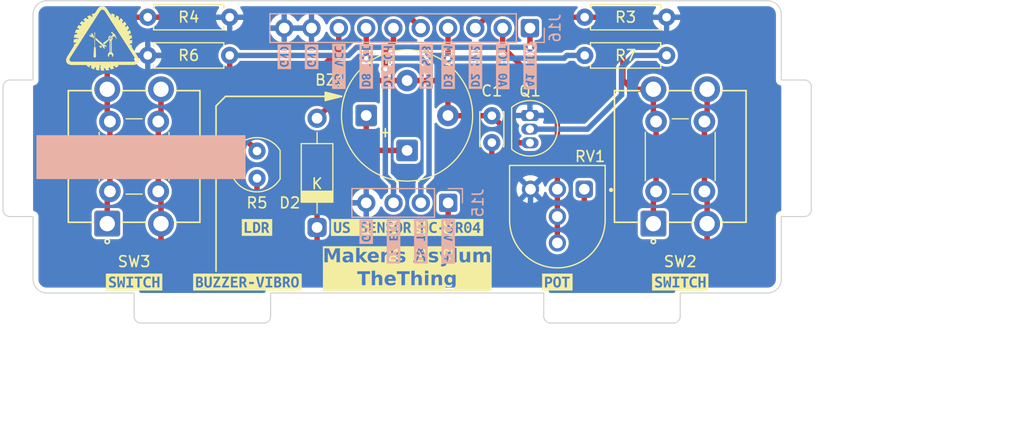
<source format=kicad_pcb>
(kicad_pcb (version 20241229) (generator "pcbnew") (generator_version "9.0")
  (title_block (title "TheThing") (date "2024-09-02") (rev "v5") (company "Maker's Asylum"))
  (layers (0 "F.Cu" signal) (2 "B.Cu" signal) (5 "F.SilkS" user "F.Silkscreen") (7 "B.SilkS" user "B.Silkscreen") (1 "F.Mask" user) (3 "B.Mask" user) (25 "Edge.Cuts" user))
  (net 0 "")
  (net 1 "Net-(D2-A)")
  (net 2 "Net-(Q1-B)")
  (net 3 "/Add_on_Board/D8")
  (net 4 "/Add_on_Board/D7")
  (net 5 "/Add_on_Board/D2")
  (net 6 "/Add_on_Board/D4")
  (net 7 "/Add_on_Board/D3")
  (net 8 "/Add_on_Board/A0")
  (net 9 "/Add_on_Board/5V")
  (net 10 "/Add_on_Board/GND")
  (net 11 "/Add_on_Board/A1")
  (footprint "kibuzzard-67CE9928" (layer "F.Cu") (at 61.341 137.16)
    (property "Reference" "kibuzzard-67CE9928" (hide yes))
    (property "Value" "G***" (hide yes))
  )
  (footprint "kibuzzard-67A22DF7" (layer "F.Cu") (at 76.2 132.08)
    (property "Reference" "kibuzzard-67A22DF7" (hide yes))
    (property "Value" "G***" (hide yes))
  )
  (footprint "kibuzzard-67A22DCA" (layer "F.Cu") (at 50.8 137.16)
    (property "Reference" "kibuzzard-67A22DCA" (hide yes))
    (property "Value" "G***" (hide yes))
  )
  (footprint "BagTag:R_Axial_DIN0207_L6.3mm_D2.5mm_P7.62mm_Horizontal" (layer "F.Cu") (at 52.07 112.522)
    (property "Reference" "R4")
    (property "Value" "10k")
  )
  (footprint "kibuzzard-67A22DE4" (layer "F.Cu") (at 101.6 137.16)
    (property "Reference" "kibuzzard-67A22DE4" (hide yes))
    (property "Value" "G***" (hide yes))
  )
  (footprint "BagTag:SWITCH_PUSH_6mm_12mm" (layer "F.Cu") (at 101.6 125.476 90)
    (property "Reference" "SW2")
    (property "Value" "ON")
  )
  (footprint "BagTag:R_Axial_DIN0207_L6.3mm_D2.5mm_P7.62mm_Horizontal" (layer "F.Cu") (at 92.71 112.522)
    (property "Reference" "R3")
    (property "Value" "10k")
  )
  (footprint "BagTag:R_LDR_4.9x4.2mm_P2.54mm_Vertical" (layer "F.Cu") (at 62.23 127.508 90)
    (property "Reference" "R5")
    (property "Value" "LDR")
  )
  (footprint "BagTag:TRIM_601040" (layer "F.Cu") (at 90.17 131.394 180)
    (property "Reference" "RV1")
    (property "Value" "100k")
  )
  (footprint "BagTag:C_Disc_D3.0mm_W2.0mm_P2.50mm" (layer "F.Cu") (at 84.074 124.186 90)
    (property "Reference" "C1")
    (property "Value" "100n")
  )
  (footprint "BagTag:TO-92L_Inline" (layer "F.Cu") (at 87.618 121.666 -90)
    (property "Reference" "Q1")
    (property "Value" "PN2222ABU")
  )
  (footprint "BagTag:D_DO-41_SOD81_P10.16mm_Horizontal" (layer "F.Cu") (at 67.818 132.08 90)
    (property "Reference" "D2")
    (property "Value" "1N5819")
  )
  (footprint "BagTag:R_Axial_DIN0207_L6.3mm_D2.5mm_P7.62mm_Horizontal" (layer "F.Cu") (at 59.69 116.078 180)
    (property "Reference" "R6")
    (property "Value" "10k")
  )
  (footprint "BagTag:SWITCH_PUSH_6mm_12mm" (layer "F.Cu") (at 50.8 125.476 90)
    (property "Reference" "SW3")
    (property "Value" "ON")
  )
  (footprint "BagTag:Buzzer_12x9.5RM7.6" (layer "F.Cu") (at 76.19 121.666)
    (property "Reference" "BZ1")
    (property "Value" "Buzzer_WT-1205")
  )
  (footprint "kibuzzard-67A22DDD" (layer "F.Cu") (at 90.17 137.16)
    (property "Reference" "kibuzzard-67A22DDD" (hide yes))
    (property "Value" "G***" (hide yes))
  )
  (footprint "kibuzzard-67A22DD3" (layer "F.Cu") (at 62.23 132.08)
    (property "Reference" "kibuzzard-67A22DD3" (hide yes))
    (property "Value" "G***" (hide yes))
  )
  (footprint "BagTag:R_Axial_DIN0207_L6.3mm_D2.5mm_P7.62mm_Horizontal" (layer "F.Cu") (at 92.71 116.078)
    (property "Reference" "R7")
    (property "Value" "100E")
  )
  (footprint "kibuzzard-67A1228F" (layer "B.Cu") (at 72.39 117.094 90)
    (property "Reference" "kibuzzard-67A1228F" (hide yes))
    (property "Value" "G***" (hide yes))
  )
  (footprint "kibuzzard-67A12228" (layer "B.Cu") (at 77.978 117.094 90)
    (property "Reference" "kibuzzard-67A12228" (hide yes))
    (property "Value" "G***" (hide yes))
  )
  (footprint "kibuzzard-67A121DF" (layer "B.Cu") (at 82.55 117.094 90)
    (property "Reference" "kibuzzard-67A121DF" (hide yes))
    (property "Value" "G***" (hide yes))
  )
  (footprint "BagTag:PinSocket_1x04_P2.54mm_Vertical" (layer "B.Cu") (at 80.01 129.794 90)
    (property "Reference" "J15")
    (property "Value" "HC-SR04")
  )
  (footprint "kibuzzard-67A121CB" (layer "B.Cu") (at 85.09 117.094 90)
    (property "Reference" "kibuzzard-67A121CB" (hide yes))
    (property "Value" "G***" (hide yes))
  )
  (footprint "kibuzzard-67A122B8" (layer "B.Cu") (at 64.77 116.205 90)
    (property "Reference" "kibuzzard-67A122B8" (hide yes))
    (property "Value" "G***" (hide yes))
  )
  (footprint "kibuzzard-67A122A3" (layer "B.Cu") (at 69.85 117.094 90)
    (property "Reference" "kibuzzard-67A122A3" (hide yes))
    (property "Value" "G***" (hide yes))
  )
  (footprint "kibuzzard-67A122C1" (layer "B.Cu") (at 72.39 132.461 90)
    (property "Reference" "kibuzzard-67A122C1" (hide yes))
    (property "Value" "G***" (hide yes))
  )
  (footprint "kibuzzard-67A122A3" (layer "B.Cu") (at 80.01 133.35 90)
    (property "Reference" "kibuzzard-67A122A3" (hide yes))
    (property "Value" "G***" (hide yes))
  )
  (footprint "kibuzzard-67A122C1" (layer "B.Cu") (at 67.31 116.205 90)
    (property "Reference" "kibuzzard-67A122C1" (hide yes))
    (property "Value" "G***" (hide yes))
  )
  (footprint "BagTag:PinHeader_1x10_P2.54mm_Vertical" (layer "B.Cu") (at 87.62 113.538 90)
    (property "Reference" "J16")
    (property "Value" "Conn_01x10" (hide yes))
  )
  (footprint "kibuzzard-67A12264" (layer "B.Cu") (at 74.422 117.094 90)
    (property "Reference" "kibuzzard-67A12264" (hide yes))
    (property "Value" "G***" (hide yes))
  )
  (footprint "kibuzzard-67A11ADA" (layer "B.Cu") (at 87.63 117.094 90)
    (property "Reference" "kibuzzard-67A11ADA" (hide yes))
    (property "Value" "G***" (hide yes))
  )
  (footprint "kibuzzard-67A201C7" (layer "B.Cu") (at 74.93 133.35 90)
    (property "Reference" "kibuzzard-67A201C7" (hide yes))
    (property "Value" "G***" (hide yes))
  )
  (footprint "kibuzzard-67A201D4" (layer "B.Cu") (at 77.47 133.35 90)
    (property "Reference" "kibuzzard-67A201D4" (hide yes))
    (property "Value" "G***" (hide yes))
  )
  (footprint "kibuzzard-67A121F4" (layer "B.Cu") (at 80.01 117.094 90)
    (property "Reference" "kibuzzard-67A121F4" (hide yes))
    (property "Value" "G***" (hide yes))
  )
  (gr_poly (pts (xy 46.83904 114.022317) (xy 46.844541 114.022725) (xy 46.850383 114.023444) (xy 46.85655 114.024503) (xy 46.863028 114.025934) (xy 46.8698 114.027769) (xy 46.876852 114.030038) (xy 46.884166 114.032771) (xy 46.891729 114.036001) (xy 46.899525 114.039758) (xy 46.907537 114.044073) (xy 46.915751 114.048977) (xy 46.924151 114.054501) (xy 46.932722 114.060677) (xy 46.941447 114.067534) (xy 46.950312 114.075105) (xy 46.955105 114.07963) (xy 46.959569 114.084267) (xy 46.963719 114.089007) (xy 46.967567 114.093837) (xy 46.971126 114.098747) (xy 46.97441 114.103725) (xy 46.97743 114.10876) (xy 46.980202 114.113841) (xy 46.982737 114.118957) (xy 46.985048 114.124097) (xy 46.989054 114.134403) (xy 46.992323 114.144671) (xy 46.994961 114.15481) (xy 46.997071 114.164733) (xy 46.998759 114.174349) (xy 47.001286 114.192307) (xy 47.003379 114.20797) (xy 47.004524 114.214718) (xy 47.005875 114.220625) (xy 47.006121 114.221802) (xy 47.006851 114.223344) (xy 47.008055 114.225241) (xy 47.009719 114.227488) (xy 47.011834 114.230076) (xy 47.014386 114.232997) (xy 47.020757 114.239808) (xy 47.028741 114.247859) (xy 47.038245 114.257088) (xy 47.049174 114.267434) (xy 47.061437 114.278834) (xy 47.064083 114.278834) (xy 47.064083 114.503729) (xy 46.927822 114.389628) (xy 46.905075 114.370792) (xy 46.887722 114.356761) (xy 46.881204 114.351694) (xy 46.876198 114.348002) (xy 46.872757 114.345745) (xy 46.871641 114.345172) (xy 46.870937 114.344979) (xy 46.868291 114.344979) (xy 46.863718 114.345207) (xy 46.857997 114.345806) (xy 46.843487 114.347625) (xy 46.834882 114.348597) (xy 46.825503 114.349444) (xy 46.815442 114.350044) (xy 46.810184 114.350211) (xy 46.804791 114.350271) (xy 46.799274 114.350205) (xy 46.793645 114.349992) (xy 46.787914 114.349608) (xy 46.782095 114.349031) (xy 46.776198 114.348236) (xy 46.770235 114.347201) (xy 46.764218 114.345903) (xy 46.758158 114.344318) (xy 46.752068 114.342423) (xy 46.745958 114.340194) (xy 46.73984 114.337609) (xy 46.733726 114.334644) (xy 46.727627 114.331276) (xy 46.721556 114.327482) (xy 46.715523 114.323238) (xy 46.709541 114.318521) (xy 46.70191 114.311548) (xy 46.694876 114.30453) (xy 46.688415 114.297484) (xy 46.682504 114.29043) (xy 46.677121 114.283383) (xy 46.672241 114.276361) (xy 46.667842 114.269381) (xy 46.663901 114.262462) (xy 46.660393 114.255621) (xy 46.657296 114.248874) (xy 46.654587 114.24224) (xy 46.652242 114.235735) (xy 46.650239 114.229378) (xy 46.648553 114.223186) (xy 46.647161 114.217175) (xy 46.646041 114.211365) (xy 46.645169 114.205771) (xy 46.644522 114.200412) (xy 46.643809 114.190467) (xy 46.643716 114.181669) (xy 46.644057 114.174158) (xy 46.644646 114.168073) (xy 46.645297 114.163554) (xy 46.646041 114.159771) (xy 46.688374 114.157125) (xy 46.775687 114.233854) (xy 46.794208 114.225917) (xy 46.815375 114.210042) (xy 46.816111 114.209523) (xy 46.816832 114.20896) (xy 46.818232 114.207711) (xy 46.819578 114.206315) (xy 46.820873 114.204792) (xy 46.822122 114.203159) (xy 46.823328 114.201438) (xy 46.824495 114.199646) (xy 46.825627 114.197805) (xy 46.827803 114.194048) (xy 46.829885 114.190322) (xy 46.831906 114.186782) (xy 46.832902 114.185131) (xy 46.833895 114.183584) (xy 46.834855 114.180575) (xy 46.835745 114.177501) (xy 46.836558 114.174357) (xy 46.837285 114.17114) (xy 46.83792 114.167845) (xy 46.838453 114.164468) (xy 46.838878 114.161007) (xy 46.839187 114.157456) (xy 46.839372 114.153812) (xy 46.839425 114.150071) (xy 46.839338 114.14623) (xy 46.839104 114.142284) (xy 46.838715 114.138229) (xy 46.838164 114.134062) (xy 46.837442 114.129779) (xy 46.836541 114.125375) (xy 46.743937 114.040709) (xy 46.744433 114.040254) (xy 46.745053 114.039732) (xy 46.745921 114.039055) (xy 46.747038 114.038254) (xy 46.747689 114.037817) (xy 46.748402 114.03736) (xy 46.749177 114.036888) (xy 46.750014 114.036404) (xy 46.750913 114.035912) (xy 46.751875 114.035417) (xy 46.775687 114.027479) (xy 46.779904 114.026492) (xy 46.784617 114.025536) (xy 46.789826 114.024643) (xy 46.795531 114.023842) (xy 46.801732 114.023165) (xy 46.808429 114.022643) (xy 46.815623 114.022307) (xy 46.823312 114.022188) (xy 46.833895 114.022188)) (stroke (width -0.000001)) (fill yes) (layer "F.SilkS"))
  (gr_poly (pts (xy 47.831375 115.252504) (xy 47.831375 115.263088) (xy 47.8155 115.276317) (xy 47.804917 115.284255) (xy 47.775813 115.310713) (xy 47.770521 115.316004) (xy 47.759938 115.326587) (xy 47.754646 115.334525) (xy 47.746709 115.345108) (xy 47.738771 115.355692) (xy 47.730834 115.368921) (xy 47.722896 115.38215) (xy 47.699084 115.390088) (xy 47.680563 115.374212) (xy 47.662042 115.358337) (xy 47.646167 115.342462) (xy 47.630292 115.326587) (xy 47.614417 115.310712) (xy 47.598542 115.294837) (xy 47.582667 115.278961) (xy 47.566792 115.263086) (xy 47.564146 115.26044) (xy 47.561501 115.257794) (xy 47.558855 115.252503) (xy 47.556209 115.247211) (xy 47.553563 115.241919) (xy 47.553563 115.223398) (xy 47.556209 115.220752) (xy 47.556209 115.21546) (xy 47.566792 115.21546) (xy 47.569438 115.212814) (xy 47.57473 115.210168) (xy 47.580021 115.210168) (xy 47.638229 115.191647) (xy 47.643521 115.191647) (xy 47.646167 115.189001) (xy 47.651458 115.186355) (xy 47.65675 115.183709) (xy 47.659396 115.181063) (xy 47.664687 115.178417) (xy 47.667333 115.175771) (xy 47.675271 115.165189) (xy 47.685854 115.159897) (xy 47.6885 115.157251) (xy 47.691146 115.154605) (xy 47.693792 115.154605) (xy 47.696437 115.151959) (xy 47.699083 115.151959) (xy 47.701729 115.149313) (xy 47.709666 115.141375)) (stroke (width -0.000001)) (fill yes) (layer "F.SilkS"))
  (gr_poly (pts (xy 48.62082 114.239275) (xy 48.629713 114.239684) (xy 48.638545 114.240402) (xy 48.642927 114.240887) (xy 48.647283 114.241461) (xy 48.651608 114.242129) (xy 48.655898 114.242893) (xy 48.660149 114.243758) (xy 48.664357 114.244727) (xy 48.668519 114.245805) (xy 48.67263 114.246996) (xy 48.676688 114.248303) (xy 48.680687 114.249729) (xy 48.670104 114.260313) (xy 48.656874 114.273542) (xy 48.643645 114.286771) (xy 48.638354 114.292063) (xy 48.633062 114.297354) (xy 48.619833 114.307938) (xy 48.606604 114.318521) (xy 48.580146 114.342334) (xy 48.566916 114.342334) (xy 48.500771 114.411125) (xy 48.500771 114.498438) (xy 48.566916 114.556646) (xy 48.656874 114.556646) (xy 48.715083 114.498438) (xy 48.715083 114.479917) (xy 48.728312 114.469334) (xy 48.75477 114.448167) (xy 48.781229 114.427001) (xy 48.807687 114.405834) (xy 48.815625 114.397896) (xy 48.817485 114.404841) (xy 48.819097 114.411787) (xy 48.820461 114.418732) (xy 48.821578 114.425677) (xy 48.822446 114.432623) (xy 48.823066 114.439568) (xy 48.823438 114.446513) (xy 48.823562 114.453458) (xy 48.823447 114.460628) (xy 48.823102 114.467746) (xy 48.822531 114.47481) (xy 48.821738 114.481813) (xy 48.820726 114.488753) (xy 48.819498 114.495625) (xy 48.818059 114.502423) (xy 48.81641 114.509145) (xy 48.814556 114.515785) (xy 48.8125 114.52234) (xy 48.810246 114.528804) (xy 48.807796 114.535174) (xy 48.805154 114.541446) (xy 48.802324 114.547614) (xy 48.799308 114.553674) (xy 48.796112 114.559623) (xy 48.792736 114.565455) (xy 48.789186 114.571167) (xy 48.785465 114.576753) (xy 48.781575 114.58221) (xy 48.77752 114.587534) (xy 48.773305 114.592719) (xy 48.768931 114.597763) (xy 48.764403 114.602659) (xy 48.759723 114.607404) (xy 48.754896 114.611994) (xy 48.749925 114.616423) (xy 48.744812 114.620689) (xy 48.739562 114.624786) (xy 48.734178 114.62871) (xy 48.728663 114.632456) (xy 48.72302 114.636021) (xy 48.72302 115.789604) (xy 48.739539 115.797656) (xy 48.755334 115.80689) (xy 48.77036 115.817248) (xy 48.784577 115.828672) (xy 48.797941 115.841103) (xy 48.81041 115.854484) (xy 48.821941 115.868757) (xy 48.832492 115.883862) (xy 48.842019 115.899743) (xy 48.85048 115.916341) (xy 48.857833 115.933598) (xy 48.864035 115.951455) (xy 48.869043 115.969855) (xy 48.872814 115.98874) (xy 48.875307 116.008051) (xy 48.876478 116.02773) (xy 48.876047 116.043011) (xy 48.874767 116.058079) (xy 48.872658 116.072907) (xy 48.869739 116.087468) (xy 48.86603 116.101734) (xy 48.861549 116.115678) (xy 48.856316 116.129273) (xy 48.85035 116.142493) (xy 48.843672 116.155309) (xy 48.836299 116.167695) (xy 48.828253 116.179624) (xy 48.819551 116.191068) (xy 48.810214 116.202001) (xy 48.80026 116.212395) (xy 48.78971 116.222224) (xy 48.778582 116.231459) (xy 48.754769 116.231459) (xy 48.754769 116.067417) (xy 48.611895 115.956292) (xy 48.471665 116.067417) (xy 48.471665 116.231459) (xy 48.447853 116.231459) (xy 48.436725 116.222224) (xy 48.426175 116.212395) (xy 48.416221 116.202001) (xy 48.406884 116.191069) (xy 48.398182 116.179624) (xy 48.390136 116.167695) (xy 48.382763 116.155309) (xy 48.376085 116.142493) (xy 48.370119 116.129273) (xy 48.364887 116.115678) (xy 48.360406 116.101734) (xy 48.356696 116.087468) (xy 48.353777 116.072907) (xy 48.351668 116.058079) (xy 48.350388 116.043011) (xy 48.349957 116.02773) (xy 48.35015 116.017848) (xy 48.350722 116.008051) (xy 48.351666 115.998346) (xy 48.352975 115.98874) (xy 48.35464 115.979241) (xy 48.356655 115.969855) (xy 48.35901 115.960591) (xy 48.361698 115.951455) (xy 48.364712 115.942455) (xy 48.368044 115.933598) (xy 48.371686 115.924891) (xy 48.37563 115.916341) (xy 48.379869 115.907956) (xy 48.384394 115.899743) (xy 48.389199 115.89171) (xy 48.394275 115.883863) (xy 48.399614 115.876209) (xy 48.40521 115.868757) (xy 48.411053 115.861513) (xy 48.417136 115.854485) (xy 48.423453 115.847679) (xy 48.429994 115.841104) (xy 48.436752 115.834766) (xy 48.443719 115.828672) (xy 48.450888 115.822831) (xy 48.45825 115.817248) (xy 48.465799 115.811933) (xy 48.473526 115.80689) (xy 48.481423 115.802129) (xy 48.489483 115.797657) (xy 48.497699 115.793479) (xy 48.506061 115.789605) (xy 48.506061 114.768313) (xy 48.582791 114.768313) (xy 48.582791 115.752563) (xy 48.582797 115.754542) (xy 48.582833 115.75649) (xy 48.582872 115.757443) (xy 48.582931 115.758376) (xy 48.583013 115.759287) (xy 48.583122 115.76017) (xy 48.583262 115.761022) (xy 48.583437 115.761839) (xy 48.583651 115.762617) (xy 48.583908 115.763353) (xy 48.584053 115.763704) (xy 48.584211 115.764042) (xy 48.584381 115.764368) (xy 48.584564 115.764681) (xy 48.584761 115.76498) (xy 48.584972 115.765266) (xy 48.585197 115.765536) (xy 48.585437 115.765792) (xy 48.586461 115.767249) (xy 48.587546 115.768639) (xy 48.588693 115.76996) (xy 48.589902 115.771208) (xy 48.591174 115.772378) (xy 48.592507 115.773466) (xy 48.593902 115.774469) (xy 48.595359 115.775383) (xy 48.596879 115.776204) (xy 48.59846 115.776928) (xy 48.600103 115.777552) (xy 48.601809 115.77807) (xy 48.603576 115.77848) (xy 48.605405 115.778778) (xy 48.607297 115.77896) (xy 48.60925 115.779021) (xy 48.610234 115.779006) (xy 48.611203 115.77896) (xy 48.612157 115.778884) (xy 48.613095 115.778778) (xy 48.614017 115.778644) (xy 48.614924 115.77848) (xy 48.615815 115.778289) (xy 48.616691 115.77807) (xy 48.617552 115.777824) (xy 48.618396 115.777552) (xy 48.619226 115.777253) (xy 48.62004 115.776928) (xy 48.620838 115.776579) (xy 48.621621 115.776204) (xy 48.622388 115.775805) (xy 48.62314 115.775383) (xy 48.623877 115.774937) (xy 48.624598 115.774469) (xy 48.625303 115.773978) (xy 48.625993 115.773466) (xy 48.627326 115.772378) (xy 48.628597 115.771208) (xy 48.629806 115.76996) (xy 48.630954 115.768639) (xy 48.632039 115.767249) (xy 48.633062 115.765792) (xy 48.635708 115.752563) (xy 48.635708 114.768313) (xy 48.635677 114.767073) (xy 48.635585 114.765836) (xy 48.635434 114.764603) (xy 48.635222 114.763378) (xy 48.634953 114.762162) (xy 48.634627 114.760959) (xy 48.634244 114.75977) (xy 48.633807 114.758598) (xy 48.633315 114.757445) (xy 48.632769 114.756314) (xy 48.632171 114.755208) (xy 48.631522 114.754128) (xy 48.630823 114.753077) (xy 48.630074 114.752058) (xy 48.629277 114.751072) (xy 48.628432 114.750123) (xy 48.627541 114.749212) (xy 48.626604 114.748343) (xy 48.625623 114.747518) (xy 48.624598 114.746738) (xy 48.62353 114.746007) (xy 48.622421 114.745327) (xy 48.621271 114.7447) (xy 48.620081 114.744128) (xy 48.618853 114.743615) (xy 48.617587 114.743163) (xy 48.616284 114.742773) (xy 48.614945 114.742449) (xy 48.613571 114.742192) (xy 48.612163 114.742006) (xy 48.610722 114.741893) (xy 48.60925 114.741855) (xy 48.60801 114.741885) (xy 48.606773 114.741977) (xy 48.60554 114.742129) (xy 48.604315 114.74234) (xy 48.603099 114.74261) (xy 48.601896 114.742936) (xy 48.600707 114.743318) (xy 48.599535 114.743756) (xy 48.598382 114.744248) (xy 48.597251 114.744794) (xy 48.596145 114.745391) (xy 48.595065 114.74604) (xy 48.594014 114.74674) (xy 48.592994 114.747489) (xy 48.592009 114.748286) (xy 48.59106 114.749131) (xy 48.590149 114.750022) (xy 48.58928 114.750959) (xy 48.588454 114.75194) (xy 48.587675 114.752965) (xy 48.586944 114.754033) (xy 48.586263 114.755142) (xy 48.585636 114.756292) (xy 48.585065 114.757482) (xy 48.584552 114.75871) (xy 48.5841 114.759976) (xy 48.58371 114.761279) (xy 48.583386 114.762618) (xy 48.583129 114.763992) (xy 48.582943 114.7654) (xy 48.58283 114.76684) (xy 48.582791 114.768313) (xy 48.506061 114.768313) (xy 48.506061 114.641313) (xy 48.492832 114.633375) (xy 48.486477 114.628818) (xy 48.480311 114.624079) (xy 48.474339 114.619161) (xy 48.468565 114.614069) (xy 48.462992 114.608806) (xy 48.457625 114.603377) (xy 48.452467 114.597785) (xy 48.447522 114.592034) (xy 48.442795 114.586128) (xy 48.438288 114.580071) (xy 48.434006 114.573867) (xy 48.429952 114.567519) (xy 48.426132 114.561032) (xy 48.422547 114.554409) (xy 48.419203 114.547654) (xy 48.416103 114.540771) (xy 48.413715 114.535779) (xy 48.411509 114.530725) (xy 48.409481 114.525609) (xy 48.407628 114.520431) (xy 48.405945 114.515191) (xy 48.404429 114.509889) (xy 48.403076 114.504525) (xy 48.401882 114.499099) (xy 48.400842 114.493611) (xy 48.399954 114.488061) (xy 48.399213 114.482449) (xy 48.398616 114.476775) (xy 48.398158 114.471039) (xy 48.397835 114.465241) (xy 48.397645 114.459381) (xy 48.397582 114.453458) (xy 48.397859 114.442368) (xy 48.398681 114.431431) (xy 48.400035 114.420659) (xy 48.401908 114.410066) (xy 48.404286 114.399665) (xy 48.407157 114.389468) (xy 48.410508 114.37949) (xy 48.414325 114.369743) (xy 48.418596 114.36024) (xy 48.423307 114.350994) (xy 48.428446 114.342018) (xy 48.433999 114.333326) (xy 48.439953 114.324931) (xy 48.446294 114.316845) (xy 48.453011 114.309081) (xy 48.46009 114.301654) (xy 48.467518 114.294575) (xy 48.475281 114.287858) (xy 48.483367 114.281516) (xy 48.491763 114.275562) (xy 48.500455 114.27001) (xy 48.50943 114.264871) (xy 48.518676 114.26016) (xy 48.528179 114.255889) (xy 48.537926 114.252072) (xy 48.547905 114.248721) (xy 48.558101 114.24585) (xy 48.568502 114.243471) (xy 48.579095 114.241599) (xy 48.589867 114.240245) (xy 48.600805 114.239423) (xy 48.611895 114.239146)) (stroke (width -0.000001)) (fill yes) (layer "F.SilkS"))
  (gr_line (start 58.42 136.144) (end 58.42 120.777) (stroke (width 0.15)) (layer "F.SilkS"))
  (gr_line (start 59.309 119.888) (end 70.104 119.888) (stroke (width 0.15)) (layer "F.SilkS"))
  (gr_poly (pts (xy 47.329364 114.524189) (xy 47.448184 114.631185) (xy 47.570166 114.739359) (xy 47.688831 114.842727) (xy 47.797697 114.935305) (xy 47.890286 115.01111) (xy 47.928451 115.040851) (xy 47.960116 115.064156) (xy 47.984472 115.080274) (xy 48.000708 115.088459) (xy 48.015679 115.088991) (xy 48.032665 115.089244) (xy 48.041846 115.089567) (xy 48.051449 115.09018) (xy 48.061448 115.091204) (xy 48.071815 115.092758) (xy 48.082523 115.094964) (xy 48.093545 115.097941) (xy 48.104854 115.10181) (xy 48.116422 115.10669) (xy 48.128223 115.112702) (xy 48.134202 115.11617) (xy 48.140229 115.119966) (xy 48.146301 115.124105) (xy 48.152414 115.128602) (xy 48.158565 115.133472) (xy 48.16475 115.13873) (xy 48.172126 115.145718) (xy 48.178891 115.15278) (xy 48.185071 115.159895) (xy 48.190691 115.167043) (xy 48.195777 115.174205) (xy 48.200352 115.181361) (xy 48.204443 115.18849) (xy 48.208075 115.195573) (xy 48.211273 115.202591) (xy 48.214062 115.209523) (xy 48.216467 115.216349) (xy 48.218514 115.22305) (xy 48.220227 115.229605) (xy 48.221632 115.235995) (xy 48.222755 115.242201) (xy 48.223619 115.248201) (xy 48.224251 115.253976) (xy 48.224676 115.259507) (xy 48.225004 115.269755) (xy 48.224805 115.278786) (xy 48.224281 115.286441) (xy 48.223061 115.296989) (xy 48.222769 115.299563) (xy 48.222791 115.300106) (xy 48.222958 115.300126) (xy 48.191207 115.302771) (xy 48.10125 115.220751) (xy 48.094992 115.223127) (xy 48.089111 115.225776) (xy 48.083594 115.228677) (xy 48.078429 115.231809) (xy 48.073606 115.23515) (xy 48.069112 115.23868) (xy 48.064936 115.242375) (xy 48.061066 115.246217) (xy 48.057491 115.250182) (xy 48.054198 115.25425) (xy 48.051177 115.258399) (xy 48.048416 115.262608) (xy 48.045902 115.266857) (xy 48.043625 115.271122) (xy 48.041573 115.275384) (xy 48.039734 115.27962) (xy 48.036649 115.287932) (xy 48.034277 115.295888) (xy 48.032525 115.303317) (xy 48.031301 115.310047) (xy 48.03051 115.31591) (xy 48.03006 115.320734) (xy 48.029812 115.326584) (xy 48.117125 115.41125) (xy 48.113321 115.413359) (xy 48.108753 115.415576) (xy 48.102572 115.418196) (xy 48.098916 115.41957) (xy 48.094904 115.42094) (xy 48.09055 115.422271) (xy 48.085871 115.423529) (xy 48.080881 115.424678) (xy 48.075597 115.425684) (xy 48.070034 115.426511) (xy 48.064208 115.427126) (xy 48.05627 115.429069) (xy 48.052302 115.429963) (xy 48.048333 115.430764) (xy 48.044364 115.431441) (xy 48.040395 115.431963) (xy 48.038411 115.432156) (xy 48.036427 115.432299) (xy 48.034442 115.432387) (xy 48.032458 115.432417) (xy 48.027405 115.432289) (xy 48.022174 115.43189) (xy 48.016773 115.431196) (xy 48.011209 115.430185) (xy 48.005489 115.428832) (xy 47.999623 115.427115) (xy 47.993617 115.425011) (xy 47.987479 115.422495) (xy 47.981217 115.419546) (xy 47.974839 115.416139) (xy 47.968352 115.412252) (xy 47.961765 115.40786) (xy 47.955084 115.402942) (xy 47.948318 115.397473) (xy 47.941475 115.391431) (xy 47.934562 115.384792) (xy 47.92998 115.379943) (xy 47.925653 115.374839) (xy 47.921575 115.369502) (xy 47.917737 115.363956) (xy 47.914131 115.358224) (xy 47.91075 115.352329) (xy 47.907586 115.346294) (xy 47.904631 115.340144) (xy 47.899319 115.327586) (xy 47.894751 115.314843) (xy 47.890865 115.302099) (xy 47.887599 115.289542) (xy 47.884891 115.277357) (xy 47.882679 115.26573) (xy 47.879496 115.244894) (xy 47.876354 115.218105) (xy 47.859228 115.200364) (xy 47.813267 115.158036) (xy 47.655427 115.017352) (xy 47.220187 114.636022) (xy 47.220187 114.424355)) (stroke (width -0.000001)) (fill yes) (layer "F.SilkS"))
  (gr_poly (pts (xy 47.873619 111.496082) (xy 47.906555 111.500058) (xy 47.939398 111.506686) (xy 47.972101 111.515964) (xy 48.004618 111.527894) (xy 48.036903 111.542474) (xy 48.068909 111.559706) (xy 48.100589 111.579588) (xy 48.131897 111.602122) (xy 48.162787 111.627306) (xy 48.193211 111.655142) (xy 48.223124 111.685628) (xy 48.252479 111.718766) (xy 48.281229 111.754554) (xy 48.309328 111.792994) (xy 48.33673 111.834084) (xy 48.680688 112.368542) (xy 48.680688 112.159522) (xy 48.720252 112.171681) (xy 48.759567 112.184368) (xy 48.798634 112.197612) (xy 48.837454 112.211446) (xy 48.876025 112.2259) (xy 48.914348 112.241005) (xy 48.952423 112.256792) (xy 48.99025 112.273292) (xy 48.977021 112.463792) (xy 48.976794 112.466542) (xy 48.976673 112.469722) (xy 48.976691 112.47388) (xy 48.976957 112.478843) (xy 48.977579 112.484442) (xy 48.978667 112.490507) (xy 48.980329 112.496865) (xy 48.981408 112.500102) (xy 48.982672 112.503348) (xy 48.984134 112.506583) (xy 48.985806 112.509784) (xy 48.987704 112.512932) (xy 48.98984 112.516004) (xy 48.992227 112.518979) (xy 48.994881 112.521835) (xy 48.997813 112.524553) (xy 49.001038 112.527109) (xy 49.004569 112.529483) (xy 49.00842 112.531654) (xy 49.012604 112.5336) (xy 49.017135 112.5353) (xy 49.022026 112.536732) (xy 49.027292 112.537876) (xy 49.032626 112.53873) (xy 49.037718 112.539318) (xy 49.042573 112.539649) (xy 49.047198 112.539736) (xy 49.051598 112.539591) (xy 49.055779 112.539224) (xy 49.059746 112.538649) (xy 49.063507 112.537876) (xy 49.067066 112.536916) (xy 49.070429 112.535783) (xy 49.073602 112.534486) (xy 49.076591 112.533039) (xy 49.079402 112.531452) (xy 49.082041 112.529737) (xy 49.084512 112.527905) (xy 49.086823 112.525969) (xy 49.088979 112.523941) (xy 49.090986 112.52183) (xy 49.092849 112.51965) (xy 49.094575 112.517412) (xy 49.096169 112.515127) (xy 49.097636 112.512807) (xy 49.100218 112.50811) (xy 49.102365 112.503413) (xy 49.104124 112.498808) (xy 49.105543 112.49439) (xy 49.106667 112.490251) (xy 49.133125 112.342084) (xy 49.167728 112.360192) (xy 49.202082 112.378795) (xy 49.236189 112.397895) (xy 49.270047 112.41749) (xy 49.303657 112.437582) (xy 49.33702 112.45817) (xy 49.370134 112.479254) (xy 49.403 112.500834) (xy 49.358021 112.686042) (xy 49.357334 112.688699) (xy 49.355995 112.695882) (xy 49.355421 112.700802) (xy 49.355091 112.706413) (xy 49.355141 112.712567) (xy 49.355706 112.719115) (xy 49.356224 112.722492) (xy 49.356922 112.725912) (xy 49.357817 112.729357) (xy 49.358925 112.73281) (xy 49.360264 112.73625) (xy 49.361851 112.739661) (xy 49.363702 112.743023) (xy 49.365834 112.746318) (xy 49.368265 112.749528) (xy 49.371012 112.752634) (xy 49.37409 112.755618) (xy 49.377518 112.758462) (xy 49.381313 112.761147) (xy 49.38549 112.763654) (xy 49.390068 112.765966) (xy 49.395063 112.768063) (xy 49.400179 112.769654) (xy 49.405112 112.770962) (xy 49.409866 112.771997) (xy 49.414441 112.772771) (xy 49.418843 112.773295) (xy 49.423073 112.77358) (xy 49.427134 112.773638) (xy 49.431029 112.773479) (xy 49.434762 112.773115) (xy 49.438335 112.772556) (xy 49.441751 112.771814) (xy 49.445013 112.7709) (xy 49.448124 112.769826) (xy 49.451086 112.768601) (xy 49.453904 112.767238) (xy 49.456578 112.765748) (xy 49.459114 112.764142) (xy 49.461512 112.76243) (xy 49.463777 112.760624) (xy 49.465911 112.758736) (xy 49.467917 112.756775) (xy 49.469798 112.754755) (xy 49.471558 112.752684) (xy 49.473198 112.750576) (xy 49.476131 112.746289) (xy 49.478624 112.741982) (xy 49.480697 112.737745) (xy 49.482375 112.733667) (xy 49.49362 112.705431) (xy 49.510818 112.660576) (xy 49.527023 112.617209) (xy 49.532584 112.601743) (xy 49.535292 112.593438) (xy 49.566034 112.617494) (xy 49.596684 112.642014) (xy 49.627147 112.666969) (xy 49.657331 112.692326) (xy 49.687143 112.718056) (xy 49.71649 112.744127) (xy 49.745279 112.770508) (xy 49.773417 112.797167) (xy 49.696688 112.971792) (xy 49.695649 112.97435) (xy 49.693339 112.981342) (xy 49.692085 112.986181) (xy 49.690967 112.991745) (xy 49.690136 112.997905) (xy 49.689742 113.004535) (xy 49.689938 113.011505) (xy 49.690304 113.015078) (xy 49.690874 113.018689) (xy 49.691667 113.022321) (xy 49.692701 113.025958) (xy 49.693997 113.029584) (xy 49.695571 113.033184) (xy 49.697445 113.036741) (xy 49.699635 113.04024) (xy 49.702162 113.043664) (xy 49.705044 113.046997) (xy 49.7083 113.050224) (xy 49.711948 113.053328) (xy 49.716009 113.056294) (xy 49.7205 113.059105) (xy 49.725151 113.061665) (xy 49.729678 113.063897) (xy 49.734083 113.065812) (xy 49.738365 113.067425) (xy 49.742524 113.068747) (xy 49.746562 113.06979) (xy 49.750479 113.070568) (xy 49.754276 113.071094) (xy 49.757952 113.071379) (xy 49.761508 113.071436) (xy 49.764946 113.071278) (xy 49.768265 113.070918) (xy 49.771465 113.070368) (xy 49.774548 113.06964) (xy 49.777513 113.068748) (xy 49.780362 113.067704) (xy 49.783094 113.06652) (xy 49.785711 113.065209) (xy 49.788213 113.063784) (xy 49.790599 113.062257) (xy 49.792871 113.060641) (xy 49.79503 113.058949) (xy 49.797075 113.057192) (xy 49.799007 113.055384) (xy 49.800827 113.053538) (xy 49.802534 113.051665) (xy 49.805616 113.047891) (xy 49.808256 113.044164) (xy 49.810458 113.040584) (xy 49.850807 112.972785) (xy 49.874454 112.933056) (xy 49.882805 112.918788) (xy 49.887187 112.910938) (xy 49.938657 112.969022) (xy 49.964159 112.998514) (xy 49.989383 113.028347) (xy 50.014234 113.058552) (xy 50.03862 113.08916) (xy 50.062448 113.120202) (xy 50.085625 113.151709) (xy 49.979792 113.310459) (xy 49.978288 113.312805) (xy 49.974707 113.319306) (xy 49.972573 113.323862) (xy 49.970443 113.329155) (xy 49.968492 113.335084) (xy 49.966893 113.341547) (xy 49.965822 113.348445) (xy 49.965538 113.352025) (xy 49.965451 113.355676) (xy 49.965584 113.359385) (xy 49.965957 113.363139) (xy 49.966593 113.366927) (xy 49.967513 113.370734) (xy 49.96874 113.37455) (xy 49.970294 113.37836) (xy 49.972198 113.382154) (xy 49.974474 113.385917) (xy 49.977143 113.389637) (xy 49.980227 113.393303) (xy 49.983749 113.3969) (xy 49.987729 113.400417) (xy 49.991914 113.403714) (xy 49.996036 113.406666) (xy 50.000091 113.409287) (xy 50.004079 113.41159) (xy 50.007997 113.413586) (xy 50.011844 113.415288) (xy 50.015616 113.41671) (xy 50.019313 113.417863) (xy 50.022933 113.418761) (xy 50.026473 113.419415) (xy 50.029932 113.419838) (xy 50.033307 113.420044) (xy 50.036598 113.420044) (xy 50.039801 113.419852) (xy 50.042914 113.419479) (xy 50.045937 113.418938) (xy 50.048867 113.418243) (xy 50.051702 113.417405) (xy 50.05444 113.416437) (xy 50.057079 113.415352) (xy 50.059617 113.414162) (xy 50.062053 113.41288) (xy 50.064384 113.411519) (xy 50.066608 113.410091) (xy 50.068724 113.408609) (xy 50.070729 113.407085) (xy 50.074401 113.403962) (xy 50.077607 113.400824) (xy 50.080333 113.397772) (xy 50.088989 113.388542) (xy 50.101954 113.374042) (xy 50.134242 113.336917) (xy 50.164049 113.301777) (xy 50.173914 113.289757) (xy 50.178229 113.284001) (xy 50.199695 113.316981) (xy 50.22048 113.350395) (xy 50.240644 113.384181) (xy 50.26025 113.418277) (xy 50.27936 113.452621) (xy 50.298036 113.487151) (xy 50.334333 113.556521) (xy 50.202041 113.694105) (xy 50.200181 113.696125) (xy 50.195592 113.701835) (xy 50.192739 113.70591) (xy 50.189763 113.710708) (xy 50.186848 113.716166) (xy 50.184182 113.722217) (xy 50.181949 113.728794) (xy 50.181054 113.73226) (xy 50.180337 113.735833) (xy 50.179822 113.739505) (xy 50.179531 113.743268) (xy 50.179488 113.747113) (xy 50.179717 113.751031) (xy 50.18024 113.755016) (xy 50.181081 113.759059) (xy 50.182263 113.763151) (xy 50.18381 113.767284) (xy 50.185744 113.77145) (xy 50.188088 113.77564) (xy 50.190867 113.779848) (xy 50.194104 113.784063) (xy 50.197816 113.788096) (xy 50.20151 113.791769) (xy 50.205181 113.795096) (xy 50.208826 113.798088) (xy 50.212443 113.800759) (xy 50.216027 113.80312) (xy 50.219575 113.805185) (xy 50.223084 113.806966) (xy 50.22655 113.808476) (xy 50.22997 113.809727) (xy 50.233341 113.810732) (xy 50.236659 113.811503) (xy 50.239921 113.812054) (xy 50.243123 113.812396) (xy 50.246263 113.812542) (xy 50.249336 113.812506) (xy 50.252339 113.812299) (xy 50.255269 113.811933) (xy 50.258122 113.811423) (xy 50.260896 113.81078) (xy 50.263586 113.810016) (xy 50.266189 113.809145) (xy 50.268702 113.80818) (xy 50.271122 113.807131) (xy 50.275668 113.804838) (xy 50.279799 113.802367) (xy 50.283488 113.799818) (xy 50.286708 113.797292) (xy 50.297028 113.789401) (xy 50.312712 113.776828) (xy 50.351861 113.744706) (xy 50.403124 113.702042) (xy 50.432311 113.773976) (xy 50.446378 113.810315) (xy 50.46001 113.846902) (xy 50.473146 113.883737) (xy 50.485724 113.92082) (xy 50.497682 113.958151) (xy 50.508958 113.99573) (xy 50.355499 114.109501) (xy 50.353282 114.11119) (xy 50.347686 114.116074) (xy 50.344114 114.119626) (xy 50.340291 114.123872) (xy 50.336413 114.128777) (xy 50.332679 114.134305) (xy 50.329286 114.140423) (xy 50.327779 114.143692) (xy 50.326431 114.147095) (xy 50.325268 114.150628) (xy 50.324313 114.154287) (xy 50.323592 114.158066) (xy 50.323129 114.161963) (xy 50.322949 114.165971) (xy 50.323077 114.170088) (xy 50.323537 114.174309) (xy 50.324354 114.178628) (xy 50.325553 114.183043) (xy 50.327158 114.187548) (xy 50.329195 114.19214) (xy 50.331687 114.196813) (xy 50.334446 114.20135) (xy 50.33726 114.205541) (xy 50.340126 114.209398) (xy 50.343035 114.212931) (xy 50.345984 114.216153) (xy 50.348965 114.219074) (xy 50.351974 114.221705) (xy 50.355004 114.224057) (xy 50.358049 114.226142) (xy 50.361104 114.227971) (xy 50.364163 114.229555) (xy 50.36722 114.230904) (xy 50.370269 114.232031) (xy 50.373305 114.232946) (xy 50.376321 114.233661) (xy 50.379312 114.234186) (xy 50.382272 114.234532) (xy 50.385195 114.234712) (xy 50.388076 114.234736) (xy 50.390908 114.234615) (xy 50.393686 114.23436) (xy 50.396404 114.233982) (xy 50.401636 114.232904) (xy 50.406558 114.231469) (xy 50.411124 114.229767) (xy 50.415287 114.227887) (xy 50.418999 114.225917) (xy 50.489775 114.185899) (xy 50.529876 114.163037) (xy 50.543075 114.155343) (xy 50.548645 114.151834) (xy 50.557322 114.189661) (xy 50.565471 114.227736) (xy 50.573062 114.266059) (xy 50.580064 114.304631) (xy 50.586446 114.34345) (xy 50.592177 114.382517) (xy 50.597226 114.421833) (xy 50.601562 114.461396) (xy 50.432229 114.546063) (xy 50.429769 114.547308) (xy 50.423464 114.551065) (xy 50.419374 114.553895) (xy 50.414928 114.557365) (xy 50.410326 114.561477) (xy 50.40577 114.566237) (xy 50.403573 114.568861) (xy 50.401463 114.571649) (xy 50.399466 114.5746) (xy 50.397606 114.577715) (xy 50.395908 114.580995) (xy 50.394399 114.58444) (xy 50.393103 114.588051) (xy 50.392045 114.591828) (xy 50.391251 114.595771) (xy 50.390746 114.599882) (xy 50.390554 114.60416) (xy 50.390702 114.608607) (xy 50.391214 114.613222) (xy 50.392115 114.618006) (xy 50.393431 114.62296) (xy 50.395187 114.628084) (xy 50.397225 114.633124) (xy 50.399364 114.637832) (xy 50.401598 114.642219) (xy 50.403921 114.646294) (xy 50.406324 114.650067) (xy 50.408803 114.653547) (xy 50.411349 114.656744) (xy 50.413956 114.659668) (xy 50.416618 114.662329) (xy 50.419327 114.664735) (xy 50.422076 114.666898) (xy 50.42486 114.668825) (xy 50.427671 114.670528) (xy 50.430502 114.672016) (xy 50.433346 114.673299) (xy 50.436198 114.674386) (xy 50.439049 114.675287) (xy 50.441894 114.676011) (xy 50.444725 114.676569) (xy 50.447536 114.67697) (xy 50.450319 114.677223) (xy 50.453069 114.677339) (xy 50.458439 114.677197) (xy 50.463593 114.676621) (xy 50.468475 114.675688) (xy 50.473032 114.674476) (xy 50.477208 114.673063) (xy 50.617437 114.622792) (xy 50.61938 114.660082) (xy 50.621075 114.696875) (xy 50.622274 114.733669) (xy 50.62261 114.752221) (xy 50.622729 114.770958) (xy 50.62261 114.791681) (xy 50.622274 114.812217) (xy 50.621076 114.852979) (xy 50.619381 114.893742) (xy 50.617437 114.935) (xy 50.434875 114.990563) (xy 50.431733 114.991638) (xy 50.428178 114.993074) (xy 50.426013 114.994044) (xy 50.42363 114.995193) (xy 50.421062 114.996528) (xy 50.418339 114.998056) (xy 50.415491 114.999786) (xy 50.412551 115.001725) (xy 50.409548 115.003881) (xy 50.406515 115.006262) (xy 50.403482 115.008876) (xy 50.400479 115.01173) (xy 50.392541 115.01173) (xy 50.463979 115.122854) (xy 50.544346 115.109956) (xy 50.585646 115.103135) (xy 50.599738 115.100608) (xy 50.606854 115.099042) (xy 50.600405 115.148651) (xy 50.592963 115.198261) (xy 50.58453 115.24787) (xy 50.575104 115.29748) (xy 51.114854 116.149438) (xy 51.140454 116.191605) (xy 51.163199 116.233237) (xy 51.183118 116.274281) (xy 51.200239 116.314683) (xy 51.214591 116.35439) (xy 51.226202 116.393347) (xy 51.235101 116.431501) (xy 51.241317 116.468798) (xy 51.244877 116.505184) (xy 51.245812 116.540606) (xy 51.244148 116.575009) (xy 51.239916 116.60834) (xy 51.233143 116.640545) (xy 51.223858 116.67157) (xy 51.21209 116.701362) (xy 51.197867 116.729867) (xy 51.181218 116.757031) (xy 51.162171 116.7828) (xy 51.140755 116.80712) (xy 51.116999 116.829938) (xy 51.09093 116.8512) (xy 51.062579 116.870853) (xy 51.031973 116.888841) (xy 50.99914 116.905112) (xy 50.96411 116.919612) (xy 50.926911 116.932287) (xy 50.887572 116.943083) (xy 50.846121 116.951946) (xy 50.802587 116.958824) (xy 50.756998 116.963661) (xy 50.709383 116.966404) (xy 50.659771 116.967) (xy 49.276 116.967) (xy 49.304029 116.990316) (xy 49.337516 117.018593) (xy 49.366041 117.042902) (xy 49.379187 117.054312) (xy 49.346207 117.075779) (xy 49.312793 117.096563) (xy 49.279007 117.116727) (xy 49.244911 117.136333) (xy 49.210567 117.155443) (xy 49.176037 117.174119) (xy 49.106667 117.210416) (xy 48.969083 117.078125) (xy 48.967063 117.076264) (xy 48.961353 117.071675) (xy 48.957279 117.068823) (xy 48.95248 117.065846) (xy 48.947022 117.062932) (xy 48.940971 117.060265) (xy 48.934394 117.058033) (xy 48.930928 117.057138) (xy 48.927355 117.056421) (xy 48.923683 117.055905) (xy 48.91992 117.055614) (xy 48.916076 117.055572) (xy 48.912157 117.0558) (xy 48.908172 117.056324) (xy 48.904129 117.057165) (xy 48.900038 117.058347) (xy 48.895905 117.059893) (xy 48.891738 117.061827) (xy 48.887548 117.064172) (xy 48.883341 117.066951) (xy 48.879125 117.070187) (xy 48.875092 117.073899) (xy 48.871419 117.077593) (xy 48.868092 117.081264) (xy 48.8651 117.08491) (xy 48.86243 117.088526) (xy 48.860068 117.09211) (xy 48.858003 117.095658) (xy 48.856222 117.099167) (xy 48.854712 117.102633) (xy 48.853461 117.106054) (xy 48.852456 117.109424) (xy 48.851685 117.112742) (xy 48.851135 117.116004) (xy 48.850792 117.119207) (xy 48.850646 117.122346) (xy 48.850682 117.125419) (xy 48.85089 117.128422) (xy 48.851255 117.131352) (xy 48.851765 117.134205) (xy 48.852408 117.136979) (xy 48.853172 117.139669) (xy 48.854043 117.142272) (xy 48.855009 117.144786) (xy 48.856057 117.147205) (xy 48.85835 117.151751) (xy 48.860821 117.155882) (xy 48.86337 117.159571) (xy 48.865896 117.162791) (xy 48.873787 117.173111) (xy 48.88636 117.188795) (xy 48.918482 117.227945) (xy 48.961146 117.279208) (xy 48.889212 117.308394) (xy 48.852873 117.322461) (xy 48.816286 117.336093) (xy 48.779452 117.349229) (xy 48.742368 117.361807) (xy 48.705037 117.373765) (xy 48.667458 117.385041) (xy 48.553688 117.231583) (xy 48.551998 117.229366) (xy 48.547114 117.223769) (xy 48.543562 117.220198) (xy 48.539316 117.216374) (xy 48.534412 117.212497) (xy 48.528883 117.208762) (xy 48.522765 117.205369) (xy 48.519496 117.203862) (xy 48.516093 117.202515) (xy 48.51256 117.201351) (xy 48.508901 117.200397) (xy 48.505122 117.199675) (xy 48.501226 117.199213) (xy 48.497217 117.199033) (xy 48.4931 117.19916) (xy 48.48888 117.19962) (xy 48.48456 117.200437) (xy 48.480145 117.201636) (xy 48.47564 117.203241) (xy 48.471048 117.205278) (xy 48.466375 117.20777) (xy 48.461838 117.210529) (xy 48.457647 117.213344) (xy 48.453791 117.216209) (xy 48.450257 117.219118) (xy 48.447035 117.222067) (xy 48.444115 117.225048) (xy 48.441483 117.228057) (xy 48.439131 117.231087) (xy 48.437046 117.234132) (xy 48.435217 117.237187) (xy 48.433634 117.240246) (xy 48.432284 117.243303) (xy 48.431157 117.246352) (xy 48.430242 117.249388) (xy 48.429528 117.252404) (xy 48.429002 117.255395) (xy 48.428656 117.258355) (xy 48.428476 117.261279) (xy 48.428452 117.264159) (xy 48.428574 117.266992) (xy 48.428829 117.26977) (xy 48.429206 117.272487) (xy 48.430284 117.27772) (xy 48.431719 117.282642) (xy 48.433421 117.287207) (xy 48.435301 117.29137) (xy 48.437271 117.295083) (xy 48.478281 117.365859) (xy 48.501267 117.40596) (xy 48.508605 117.419158) (xy 48.511354 117.424728) (xy 48.472767 117.433405) (xy 48.434336 117.441554) (xy 48.395966 117.449146) (xy 48.357565 117.456148) (xy 48.31904 117.46253) (xy 48.280298 117.468261) (xy 48.241247 117.47331) (xy 48.201792 117.477645) (xy 48.117125 117.308312) (xy 48.11588 117.305852) (xy 48.112123 117.299548) (xy 48.109293 117.295457) (xy 48.105823 117.291011) (xy 48.10171 117.286409) (xy 48.09695 117.281854) (xy 48.094326 117.279657) (xy 48.091539 117.277546) (xy 48.088588 117.275549) (xy 48.085473 117.273689) (xy 48.082193 117.271992) (xy 48.078748 117.270482) (xy 48.075137 117.269186) (xy 48.07136 117.268129) (xy 48.067417 117.267334) (xy 48.063306 117.266829) (xy 48.059027 117.266637) (xy 48.054581 117.266785) (xy 48.049966 117.267297) (xy 48.045182 117.268198) (xy 48.040228 117.269514) (xy 48.035104 117.27127) (xy 48.030064 117.273308) (xy 48.025355 117.275447) (xy 48.020968 117.277681) (xy 48.016893 117.280004) (xy 48.013121 117.282408) (xy 48.009641 117.284886) (xy 48.006443 117.287432) (xy 48.003519 117.290039) (xy 48.000859 117.292701) (xy 47.998453 117.29541) (xy 47.99629 117.29816) (xy 47.994362 117.300943) (xy 47.992659 117.303754) (xy 47.991171 117.306585) (xy 47.989889 117.30943) (xy 47.988802 117.312281) (xy 47.987901 117.315132) (xy 47.987177 117.317977) (xy 47.986619 117.320808) (xy 47.986218 117.323619) (xy 47.985965 117.326402) (xy 47.985849 117.329152) (xy 47.985991 117.334523) (xy 47.986567 117.339676) (xy 47.9875 117.344558) (xy 47.988712 117.349115) (xy 47.990125 117.353291) (xy 48.040396 117.493521) (xy 48.003106 117.495464) (xy 47.966312 117.497159) (xy 47.929518 117.498357) (xy 47.910967 117.498693) (xy 47.892229 117.498812) (xy 47.871506 117.498693) (xy 47.85097 117.498357) (xy 47.810208 117.497159) (xy 47.769445 117.495464) (xy 47.728187 117.493521) (xy 47.67527 117.310959) (xy 47.674196 117.307817) (xy 47.672759 117.304261) (xy 47.671789 117.302096) (xy 47.67064 117.299714) (xy 47.669306 117.297145) (xy 47.667777 117.294422) (xy 47.666047 117.291575) (xy 47.664108 117.288634) (xy 47.661952 117.285632) (xy 47.659571 117.282598) (xy 47.656957 117.279565) (xy 47.654104 117.276563) (xy 47.688499 116.972292) (xy 47.622354 116.972292) (xy 47.590604 117.263333) (xy 47.58651 117.264634) (xy 47.582657 117.266053) (xy 47.579039 117.267584) (xy 47.575649 117.269219) (xy 47.572479 117.270954) (xy 47.569524 117.27278) (xy 47.566776 117.274694) (xy 47.564228 117.276687) (xy 47.561874 117.278753) (xy 47.559708 117.280887) (xy 47.557721 117.283082) (xy 47.555908 117.285332) (xy 47.554262 117.28763) (xy 47.552775 117.289971) (xy 47.551442 117.292347) (xy 47.550255 117.294753) (xy 47.549207 117.297182) (xy 47.548292 117.299628) (xy 47.547504 117.302084) (xy 47.546834 117.304545) (xy 47.545825 117.309455) (xy 47.545211 117.314307) (xy 47.544939 117.31905) (xy 47.544953 117.323635) (xy 47.5452 117.32801) (xy 47.545625 117.332125) (xy 47.572083 117.480292) (xy 47.533393 117.475083) (xy 47.494734 117.469378) (xy 47.456137 117.463177) (xy 47.417633 117.456479) (xy 47.379252 117.449286) (xy 47.341027 117.441596) (xy 47.302988 117.433411) (xy 47.265166 117.424729) (xy 47.244 117.234229) (xy 47.243659 117.231501) (xy 47.243128 117.228369) (xy 47.242263 117.224308) (xy 47.240996 117.219502) (xy 47.239256 117.214138) (xy 47.236973 117.208402) (xy 47.235606 117.205452) (xy 47.234078 117.202479) (xy 47.232379 117.199507) (xy 47.2305 117.196557) (xy 47.228434 117.193654) (xy 47.226171 117.190821) (xy 47.223703 117.188081) (xy 47.22102 117.185457) (xy 47.218115 117.182973) (xy 47.214978 117.180651) (xy 47.211601 117.178516) (xy 47.207975 117.17659) (xy 47.204091 117.174896) (xy 47.19994 117.173458) (xy 47.195515 117.172299) (xy 47.190805 117.171443) (xy 47.185803 117.170912) (xy 47.1805 117.17073) (xy 47.175181 117.170844) (xy 47.170135 117.17118) (xy 47.165354 117.171728) (xy 47.160832 117.172476) (xy 47.156561 117.173414) (xy 47.152536 117.174532) (xy 47.148749 117.175818) (xy 47.145194 117.177261) (xy 47.141864 117.178853) (xy 47.138752 117.18058) (xy 47.13585 117.182434) (xy 47.133154 117.184403) (xy 47.130655 117.186477) (xy 47.128347 117.188645) (xy 47.126222 117.190896) (xy 47.124276 117.193219) (xy 47.1225 117.195605) (xy 47.120887 117.198042) (xy 47.119432 117.20052) (xy 47.118126 117.203027) (xy 47.116964 117.205555) (xy 47.115939 117.20809) (xy 47.114271 117.213146) (xy 47.113068 117.218108) (xy 47.112276 117.222892) (xy 47.111841 117.227412) (xy 47.111708 117.231584) (xy 47.111708 117.382396) (xy 47.072145 117.370237) (xy 47.032829 117.35755) (xy 46.993762 117.344306) (xy 46.954942 117.330472) (xy 46.916371 117.316018) (xy 46.878048 117.300913) (xy 46.839973 117.285126) (xy 46.802146 117.268625) (xy 46.815375 117.078125) (xy 46.815602 117.075376) (xy 46.815724 117.072196) (xy 46.815705 117.068038) (xy 46.815439 117.063075) (xy 46.814817 117.057476) (xy 46.813729 117.051411) (xy 46.812067 117.045052) (xy 46.810988 117.041816) (xy 46.809724 117.03857) (xy 46.808262 117.035335) (xy 46.80659 117.032133) (xy 46.804692 117.028986) (xy 46.802556 117.025914) (xy 46.800169 117.022939) (xy 46.797515 117.020082) (xy 46.794583 117.017365) (xy 46.791358 117.014809) (xy 46.787827 117.012435) (xy 46.783976 117.010264) (xy 46.779792 117.008318) (xy 46.775261 117.006618) (xy 46.770369 117.005186) (xy 46.765104 117.004042) (xy 46.759762 117.003188) (xy 46.754649 117.0026) (xy 46.74976 117.002269) (xy 46.74509 117.002182) (xy 46.740635 117.002327) (xy 46.736391 117.002693) (xy 46.732353 117.003269) (xy 46.728517 117.004042) (xy 46.724879 117.005001) (xy 46.721434 117.006135) (xy 46.718178 117.007432) (xy 46.715107 117.008879) (xy 46.712216 117.010466) (xy 46.709501 117.012181) (xy 46.706957 117.014013) (xy 46.70458 117.015948) (xy 46.702367 117.017977) (xy 46.700311 117.020088) (xy 46.69841 117.022268) (xy 46.696658 117.024506) (xy 46.695052 117.026791) (xy 46.693587 117.02911) (xy 46.692258 117.031453) (xy 46.691062 117.033808) (xy 46.689049 117.038505) (xy 46.687512 117.04311) (xy 46.686417 117.047528) (xy 46.685729 117.051667) (xy 46.683832 117.064002) (xy 46.680479 117.083376) (xy 46.671508 117.132696) (xy 46.659271 117.199834) (xy 46.624668 117.181726) (xy 46.590314 117.163123) (xy 46.556207 117.144023) (xy 46.522349 117.124428) (xy 46.488738 117.104336) (xy 46.455376 117.083748) (xy 46.422262 117.062664) (xy 46.389396 117.041084) (xy 46.405271 116.972292) (xy 45.050604 116.972292) (xy 45.001232 116.971216) (xy 44.953842 116.968022) (xy 44.908464 116.962763) (xy 44.865127 116.955492) (xy 44.823859 116.946262) (xy 44.78469 116.935126) (xy 44.747649 116.922136) (xy 44.712764 116.907345) (xy 44.680066 116.890806) (xy 44.649582 116.872573) (xy 44.621342 116.852697) (xy 44.595376 116.831231) (xy 44.571712 116.808228) (xy 44.550379 116.783742) (xy 44.531406 116.757825) (xy 44.514823 116.730529) (xy 44.500658 116.701908) (xy 44.488941 116.672014) (xy 44.4797 116.6409) (xy 44.472965 116.608619) (xy 44.468765 116.575224) (xy 44.467128 116.540767) (xy 44.468084 116.505302) (xy 44.471023 116.47539) (xy 44.790205 116.47539) (xy 44.790875 116.490125) (xy 44.792646 116.504409) (xy 44.795506 116.518217) (xy 44.799442 116.531528) (xy 44.804443 116.544318) (xy 44.810495 116.556566) (xy 44.817585 116.568247) (xy 44.825702 116.57934) (xy 44.834832 116.589822) (xy 44.844963 116.599669) (xy 44.856082 116.608859) (xy 44.868177 116.61737) (xy 44.881235 116.625178) (xy 44.895244 116.632261) (xy 44.910191 116.638596) (xy 44.926063 116.64416) (xy 44.942847 116.648931) (xy 44.960532 116.652885) (xy 44.979104 116.656001) (xy 44.998552 116.658254) (xy 45.018861 116.659623) (xy 45.040021 116.660084) (xy 50.673 116.660084) (xy 50.694159 116.659623) (xy 50.714469 116.658254) (xy 50.733916 116.656001) (xy 50.752488 116.652885) (xy 50.770173 116.648931) (xy 50.786958 116.64416) (xy 50.80283 116.638596) (xy 50.817776 116.632261) (xy 50.831785 116.625178) (xy 50.844843 116.61737) (xy 50.856938 116.608859) (xy 50.868057 116.599669) (xy 50.878188 116.589822) (xy 50.887318 116.57934) (xy 50.895435 116.568247) (xy 50.902526 116.556566) (xy 50.908577 116.544318) (xy 50.913578 116.531528) (xy 50.917514 116.518217) (xy 50.920375 116.504408) (xy 50.922146 116.490125) (xy 50.922815 116.47539) (xy 50.92237 116.460226) (xy 50.920798 116.444655) (xy 50.918087 116.4287) (xy 50.914224 116.412385) (xy 50.909196 116.395731) (xy 50.90299 116.378762) (xy 50.895595 116.361501) (xy 50.886998 116.343969) (xy 50.877185 116.32619) (xy 50.866145 116.308188) (xy 48.082729 111.971667) (xy 48.070843 111.954126) (xy 48.058521 111.937716) (xy 48.045792 111.922438) (xy 48.032685 111.908291) (xy 48.01923 111.895276) (xy 48.005454 111.883393) (xy 47.991388 111.872642) (xy 47.977061 111.863023) (xy 47.962501 111.854535) (xy 47.947737 111.847179) (xy 47.932799 111.840954) (xy 47.917716 111.835861) (xy 47.902516 111.8319) (xy 47.887229 111.829071) (xy 47.871884 111.827374) (xy 47.85651 111.826808) (xy 47.841136 111.827374) (xy 47.825791 111.829071) (xy 47.810504 111.8319) (xy 47.795305 111.835861) (xy 47.780221 111.840954) (xy 47.765283 111.847179) (xy 47.750519 111.854535) (xy 47.735959 111.863023) (xy 47.721632 111.872642) (xy 47.707566 111.883393) (xy 47.69379 111.895276) (xy 47.680335 111.908291) (xy 47.667228 111.922438) (xy 47.654499 111.937716) (xy 47.642177 111.954126) (xy 47.630291 111.971667) (xy 44.846875 116.308188) (xy 44.835835 116.326191) (xy 44.826022 116.343969) (xy 44.817425 116.361501) (xy 44.81003 116.378762) (xy 44.803824 116.395731) (xy 44.798796 116.412385) (xy 44.794933 116.428701) (xy 44.792222 116.444655) (xy 44.79065 116.460226) (xy 44.790205 116.47539) (xy 44.471023 116.47539) (xy 44.471663 116.468881) (xy 44.477892 116.431557) (xy 44.486801 116.393382) (xy 44.49842 116.35441) (xy 44.512776 116.314694) (xy 44.5299 116.274286) (xy 44.549821 116.233238) (xy 44.572566 116.191605) (xy 44.598167 116.149438) (xy 45.206708 115.189) (xy 45.203964 115.175223) (xy 45.201623 115.161632) (xy 45.199592 115.148166) (xy 45.197778 115.134761) (xy 45.19443 115.107889) (xy 45.190833 115.080521) (xy 45.312541 115.019667) (xy 45.391916 114.895313) (xy 45.389902 114.891963) (xy 45.387829 114.888853) (xy 45.385704 114.885976) (xy 45.383529 114.883324) (xy 45.38131 114.880888) (xy 45.379051 114.878663) (xy 45.376756 114.876638) (xy 45.374429 114.874807) (xy 45.372075 114.873163) (xy 45.369699 114.871697) (xy 45.367304 114.870401) (xy 45.364895 114.869268) (xy 45.362476 114.86829) (xy 45.360052 114.867459) (xy 45.357627 114.866768) (xy 45.355206 114.866209) (xy 45.352792 114.865773) (xy 45.35039 114.865454) (xy 45.34564 114.865134) (xy 45.340991 114.865185) (xy 45.336478 114.865547) (xy 45.332135 114.866157) (xy 45.327998 114.866953) (xy 45.324101 114.867873) (xy 45.320479 114.868855) (xy 45.18025 114.919125) (xy 45.178307 114.881836) (xy 45.176612 114.845042) (xy 45.175413 114.808249) (xy 45.175077 114.789697) (xy 45.174958 114.770959) (xy 45.175077 114.750237) (xy 45.175413 114.7297) (xy 45.176612 114.688938) (xy 45.178307 114.648176) (xy 45.18025 114.606917) (xy 45.362812 114.551355) (xy 45.365954 114.55028) (xy 45.369509 114.548843) (xy 45.371675 114.547873) (xy 45.374057 114.546724) (xy 45.376625 114.54539) (xy 45.379349 114.543862) (xy 45.382196 114.542132) (xy 45.385136 114.540193) (xy 45.388139 114.538036) (xy 45.391172 114.535655) (xy 45.394206 114.533042) (xy 45.397208 114.530188) (xy 45.608875 114.554001) (xy 45.648562 114.490501) (xy 45.413083 114.464042) (xy 45.411782 114.459948) (xy 45.410363 114.456096) (xy 45.408833 114.452477) (xy 45.407197 114.449087) (xy 45.405463 114.445917) (xy 45.403636 114.442962) (xy 45.401723 114.440214) (xy 45.39973 114.437667) (xy 45.397663 114.435313) (xy 45.395529 114.433146) (xy 45.393334 114.43116) (xy 45.391084 114.429347) (xy 45.388786 114.4277) (xy 45.386446 114.426214) (xy 45.38407 114.42488) (xy 45.381664 114.423693) (xy 45.379235 114.422646) (xy 45.376789 114.421731) (xy 45.374332 114.420942) (xy 45.371871 114.420272) (xy 45.366961 114.419263) (xy 45.362109 114.41865) (xy 45.357366 114.418377) (xy 45.352782 114.418391) (xy 45.348407 114.418638) (xy 45.344291 114.419063) (xy 45.196125 114.445521) (xy 45.201334 114.406831) (xy 45.207039 114.368172) (xy 45.21324 114.329575) (xy 45.219937 114.291071) (xy 45.227131 114.252691) (xy 45.23482 114.214466) (xy 45.243006 114.176427) (xy 45.251687 114.138605) (xy 45.442187 114.117438) (xy 45.444916 114.117097) (xy 45.448047 114.116566) (xy 45.452109 114.115702) (xy 45.456915 114.114434) (xy 45.462279 114.112694) (xy 45.468015 114.110411) (xy 45.470965 114.109045) (xy 45.473937 114.107516) (xy 45.47691 114.105817) (xy 45.479859 114.103939) (xy 45.482762 114.101873) (xy 45.485596 114.09961) (xy 45.488336 114.097141) (xy 45.49096 114.094459) (xy 45.493444 114.091553) (xy 45.495766 114.088416) (xy 45.497901 114.085039) (xy 45.499827 114.081413) (xy 45.501521 114.077529) (xy 45.502959 114.073379) (xy 45.504118 114.068953) (xy 45.504974 114.064244) (xy 45.505505 114.059241) (xy 45.505687 114.053938) (xy 45.505573 114.048619) (xy 45.505237 114.043573) (xy 45.504689 114.038792) (xy 45.503941 114.03427) (xy 45.503003 114.03) (xy 45.501885 114.025975) (xy 45.500599 114.022188) (xy 45.499155 114.018633) (xy 45.497564 114.015302) (xy 45.495837 114.01219) (xy 45.493983 114.009289) (xy 45.492014 114.006592) (xy 45.48994 114.004093) (xy 45.487772 114.001785) (xy 45.485521 113.999661) (xy 45.483198 113.997714) (xy 45.480812 113.995938) (xy 45.478375 113.994325) (xy 45.475897 113.99287) (xy 45.47339 113.991565) (xy 45.470862 113.990403) (xy 45.468327 113.989377) (xy 45.463271 113.98771) (xy 45.458309 113.986507) (xy 45.453525 113.985715) (xy 45.449005 113.985279) (xy 45.444833 113.985146) (xy 45.294021 113.985146) (xy 45.30618 113.945583) (xy 45.318867 113.906267) (xy 45.332111 113.8672) (xy 45.345945 113.828381) (xy 45.360399 113.78981) (xy 45.375504 113.751486) (xy 45.391291 113.713411) (xy 45.407791 113.675584) (xy 45.598292 113.688813) (xy 45.601041 113.68904) (xy 45.604221 113.689162) (xy 45.608379 113.689144) (xy 45.613342 113.688878) (xy 45.618941 113.688255) (xy 45.625006 113.687167) (xy 45.631364 113.685506) (xy 45.634601 113.684426) (xy 45.637847 113.683162) (xy 45.641082 113.681701) (xy 45.644284 113.680028) (xy 45.647431 113.678131) (xy 45.650503 113.675995) (xy 45.653478 113.673607) (xy 45.656334 113.670954) (xy 45.659052 113.668021) (xy 45.661608 113.664796) (xy 45.663982 113.661265) (xy 45.666153 113.657414) (xy 45.668099 113.65323) (xy 45.669799 113.648699) (xy 45.671231 113.643808) (xy 45.672375 113.638542) (xy 45.673229 113.633208) (xy 45.673817 113.628117) (xy 45.674148 113.623261) (xy 45.674235 113.618637) (xy 45.67409 113.614237) (xy 45.673724 113.610056) (xy 45.673148 113.606088) (xy 45.672375 113.602327) (xy 45.671416 113.598769) (xy 45.670282 113.595405) (xy 45.668986 113.592232) (xy 45.667538 113.589243) (xy 45.665951 113.586432) (xy 45.664236 113.583794) (xy 45.662405 113.581322) (xy 45.660469 113.579011) (xy 45.65844 113.576855) (xy 45.656329 113.574849) (xy 45.654149 113.572985) (xy 45.651911 113.57126) (xy 45.649626 113.569666) (xy 45.647307 113.568198) (xy 45.642609 113.565617) (xy 45.637912 113.563469) (xy 45.633307 113.56171) (xy 45.628889 113.560291) (xy 45.62475 113.559167) (xy 45.612415 113.557271) (xy 45.593041 113.553917) (xy 45.543721 113.544946) (xy 45.476583 113.532709) (xy 45.494691 113.498106) (xy 45.513294 113.463752) (xy 45.532394 113.429646) (xy 45.551989 113.395787) (xy 45.572081 113.362177) (xy 45.592669 113.328815) (xy 45.613753 113.2957) (xy 45.635333 113.262834) (xy 45.820542 113.307813) (xy 45.823198 113.3085) (xy 45.830381 113.309839) (xy 45.835302 113.310413) (xy 45.840912 113.310743) (xy 45.847066 113.310693) (xy 45.853614 113.310128) (xy 45.856991 113.30961) (xy 45.860411 113.308912) (xy 45.863857 113.308017) (xy 45.867309 113.306909) (xy 45.870749 113.30557) (xy 45.87416 113.303983) (xy 45.877522 113.302132) (xy 45.880817 113.3) (xy 45.884027 113.297569) (xy 45.887133 113.294822) (xy 45.890117 113.291744) (xy 45.892961 113.288316) (xy 45.895646 113.284521) (xy 45.898153 113.280344) (xy 45.900465 113.275766) (xy 45.902562 113.270771) (xy 45.904153 113.265655) (xy 45.905461 113.260722) (xy 45.906496 113.255969) (xy 45.90727 113.251393) (xy 45.907794 113.246991) (xy 45.908079 113.242761) (xy 45.908137 113.2387) (xy 45.907978 113.234805) (xy 45.907614 113.231072) (xy 45.907055 113.227499) (xy 45.906313 113.224083) (xy 45.905399 113.220821) (xy 45.904325 113.21771) (xy 45.9031 113.214748) (xy 45.901738 113.21193) (xy 45.900247 113.209256) (xy 45.898641 113.20672) (xy 45.896929 113.204322) (xy 45.895123 113.202057) (xy 45.893235 113.199923) (xy 45.891275 113.197917) (xy 45.889254 113.196036) (xy 45.887184 113.194276) (xy 45.885075 113.192637) (xy 45.880788 113.189703) (xy 45.876481 113.187211) (xy 45.872244 113.185137) (xy 45.868167 113.183459) (xy 45.839931 113.172214) (xy 45.795075 113.155016) (xy 45.751709 113.13881) (xy 45.736242 113.13325) (xy 45.727937 113.130542) (xy 45.751993 113.0998) (xy 45.776513 113.069151) (xy 45.801468 113.038687) (xy 45.826825 113.008503) (xy 45.852555 112.978691) (xy 45.878626 112.949344) (xy 45.905007 112.920555) (xy 45.931667 112.892417) (xy 46.106292 112.969146) (xy 46.10885 112.970185) (xy 46.115841 112.972495) (xy 46.12068 112.973749) (xy 46.126244 112.974867) (xy 46.132404 112.975698) (xy 46.139034 112.976092) (xy 46.146004 112.975896) (xy 46.149577 112.97553) (xy 46.153188 112.97496) (xy 46.15682 112.974167) (xy 46.160457 112.973133) (xy 46.164083 112.971837) (xy 46.167683 112.970263) (xy 46.17124 112.968389) (xy 46.174739 112.966199) (xy 46.178163 112.963672) (xy 46.181496 112.96079) (xy 46.184723 112.957534) (xy 46.187827 112.953886) (xy 46.190793 112.949825) (xy 46.193604 112.945334) (xy 46.196164 112.940683) (xy 46.198396 112.936155) (xy 46.200312 112.931751) (xy 46.201924 112.927469) (xy 46.203246 112.92331) (xy 46.204289 112.919271) (xy 46.205068 112.915354) (xy 46.205593 112.911558) (xy 46.205878 112.907882) (xy 46.205935 112.904325) (xy 46.205778 112.900888) (xy 46.205417 112.897569) (xy 46.204867 112.894369) (xy 46.20414 112.891286) (xy 46.203247 112.888321) (xy 46.202203 112.885472) (xy 46.201019 112.882739) (xy 46.199708 112.880123) (xy 46.198283 112.877621) (xy 46.196756 112.875235) (xy 46.19514 112.872963) (xy 46.193448 112.870804) (xy 46.191691 112.868759) (xy 46.189883 112.866827) (xy 46.188037 112.865007) (xy 46.186164 112.863299) (xy 46.18239 112.860218) (xy 46.178663 112.857578) (xy 46.175083 112.855375) (xy 46.107284 112.815027) (xy 46.067555 112.791379) (xy 46.053287 112.783028) (xy 46.045437 112.778646) (xy 46.103522 112.727177) (xy 46.133013 112.701674) (xy 46.162846 112.676451) (xy 46.193051 112.6516) (xy 46.223659 112.627214) (xy 46.254701 112.603386) (xy 46.286208 112.580209) (xy 46.444958 112.686042) (xy 46.447304 112.687546) (xy 46.453805 112.691127) (xy 46.458362 112.693261) (xy 46.463655 112.69539) (xy 46.469583 112.697342) (xy 46.476047 112.698941) (xy 46.482944 112.700012) (xy 46.486524 112.700296) (xy 46.490175 112.700382) (xy 46.493884 112.70025) (xy 46.497638 112.699877) (xy 46.501426 112.699241) (xy 46.505234 112.69832) (xy 46.509049 112.697094) (xy 46.51286 112.69554) (xy 46.516653 112.693635) (xy 46.520416 112.69136) (xy 46.524137 112.688691) (xy 46.527802 112.685606) (xy 46.531399 112.682085) (xy 46.534916 112.678105) (xy 46.538213 112.673919) (xy 46.541165 112.669798) (xy 46.543787 112.665742) (xy 46.546089 112.661754) (xy 46.548085 112.657836) (xy 46.549788 112.65399) (xy 46.551209 112.650217) (xy 46.552362 112.64652) (xy 46.55326 112.6429) (xy 46.553914 112.63936) (xy 46.554338 112.635901) (xy 46.554543 112.632526) (xy 46.554543 112.629236) (xy 46.554351 112.626033) (xy 46.553978 112.622919) (xy 46.553437 112.619896) (xy 46.552742 112.616967) (xy 46.551904 112.614132) (xy 46.550936 112.611394) (xy 46.549851 112.608755) (xy 46.548661 112.606217) (xy 46.54738 112.603781) (xy 46.546018 112.60145) (xy 46.54459 112.599226) (xy 46.543108 112.59711) (xy 46.541584 112.595105) (xy 46.538462 112.591433) (xy 46.535324 112.588226) (xy 46.532271 112.585501) (xy 46.523041 112.576845) (xy 46.508541 112.563879) (xy 46.471416 112.531592) (xy 46.436276 112.501785) (xy 46.424257 112.49192) (xy 46.4185 112.487605) (xy 46.45148 112.466138) (xy 46.484894 112.445354) (xy 46.51868 112.42519) (xy 46.552776 112.405584) (xy 46.58712 112.386474) (xy 46.62165 112.367798) (xy 46.691021 112.3315) (xy 46.828604 112.463792) (xy 46.830624 112.465652) (xy 46.836335 112.470241) (xy 46.840409 112.473094) (xy 46.845208 112.47607) (xy 46.850665 112.478985) (xy 46.856716 112.481651) (xy 46.863294 112.483884) (xy 46.86676 112.484779) (xy 46.870333 112.485496) (xy 46.874005 112.486012) (xy 46.877767 112.486302) (xy 46.881612 112.486345) (xy 46.885531 112.486116) (xy 46.889516 112.485593) (xy 46.893558 112.484752) (xy 46.89765 112.48357) (xy 46.901783 112.482024) (xy 46.905949 112.48009) (xy 46.91014 112.477745) (xy 46.914347 112.474966) (xy 46.918562 112.47173) (xy 46.922595 112.468017) (xy 46.926269 112.464324) (xy 46.929595 112.460652) (xy 46.932587 112.457007) (xy 46.935258 112.45339) (xy 46.937619 112.449806) (xy 46.939684 112.446258) (xy 46.941465 112.442749) (xy 46.942975 112.439283) (xy 46.944226 112.435863) (xy 46.945231 112.432492) (xy 46.946002 112.429174) (xy 46.946553 112.425912) (xy 46.946895 112.42271) (xy 46.947042 112.419571) (xy 46.947005 112.416498) (xy 46.946798 112.413495) (xy 46.946433 112.410565) (xy 46.945922 112.407711) (xy 46.945279 112.404938) (xy 46.944516 112.402248) (xy 46.943645 112.399644) (xy 46.942679 112.397131) (xy 46.941631 112.394711) (xy 46.939338 112.390165) (xy 46.936866 112.386035) (xy 46.934317 112.382345) (xy 46.931791 112.379125) (xy 46.833896 112.262709) (xy 46.905829 112.233522) (xy 46.942168 112.219456) (xy 46.978755 112.205823) (xy 47.01559 112.192687) (xy 47.052673 112.180109) (xy 47.090004 112.168151) (xy 47.127583 112.156875) (xy 47.146104 112.159521) (xy 47.344542 111.834084) (xy 47.371944 111.792994) (xy 47.400043 111.754554) (xy 47.428793 111.718766) (xy 47.458148 111.685628) (xy 47.488061 111.655142) (xy 47.518485 111.627306) (xy 47.549375 111.602122) (xy 47.580683 111.579588) (xy 47.612363 111.559706) (xy 47.644369 111.542474) (xy 47.676654 111.527894) (xy 47.709171 111.515964) (xy 47.741875 111.506686) (xy 47.774718 111.500058) (xy 47.807654 111.496082) (xy 47.840636 111.494756)) (stroke (width -0.000001)) (fill yes) (layer "F.SilkS"))
  (gr_poly (pts (xy 48.395391 114.56661) (xy 48.398735 114.573689) (xy 48.402319 114.580535) (xy 48.40614 114.587156) (xy 48.410193 114.59356) (xy 48.414475 114.599754) (xy 48.418982 114.605748) (xy 48.42371 114.611547) (xy 48.428654 114.61716) (xy 48.433812 114.622595) (xy 48.43918 114.62786) (xy 48.444752 114.632962) (xy 48.450527 114.637908) (xy 48.456498 114.642708) (xy 48.462664 114.647368) (xy 48.46902 114.651896) (xy 48.458437 114.659833) (xy 48.434624 114.681) (xy 48.410812 114.702167) (xy 48.386999 114.723334) (xy 48.357896 114.747146) (xy 48.336729 114.768313) (xy 48.315562 114.78948) (xy 48.294396 114.810646) (xy 48.249417 114.866209) (xy 48.230896 114.884729) (xy 48.209729 114.90325) (xy 48.188562 114.921771) (xy 48.167396 114.940292) (xy 48.156813 114.950875) (xy 48.143583 114.961458) (xy 48.135646 114.969396) (xy 48.114479 114.990563) (xy 48.106541 114.9985) (xy 48.085375 115.017021) (xy 48.074792 115.024958) (xy 48.058916 115.040833) (xy 48.052209 115.03996) (xy 48.045935 115.039304) (xy 48.040034 115.038833) (xy 48.034442 115.038518) (xy 48.029099 115.038327) (xy 48.023942 115.038229) (xy 48.013937 115.038187) (xy 48.006 115.038187) (xy 48.00234 115.036482) (xy 47.9983 115.034343) (xy 47.98905 115.028762) (xy 47.978187 115.021444) (xy 47.965651 115.012391) (xy 47.951378 115.0016) (xy 47.935306 114.989074) (xy 47.89752 114.958812) (xy 47.902812 114.956167) (xy 47.913395 114.948229) (xy 47.923978 114.937646) (xy 47.937207 114.924416) (xy 47.950437 114.911187) (xy 47.96102 114.900604) (xy 47.974249 114.890021) (xy 47.987478 114.879438) (xy 47.99277 114.876792) (xy 47.998061 114.874146) (xy 48.013937 114.860917) (xy 48.029812 114.847688) (xy 48.037749 114.83975) (xy 48.050978 114.829167) (xy 48.064207 114.818583) (xy 48.085374 114.802709) (xy 48.201791 114.71275) (xy 48.225603 114.694229) (xy 48.228249 114.691584) (xy 48.230895 114.688938) (xy 48.236187 114.683646) (xy 48.249416 114.673063) (xy 48.262645 114.662479) (xy 48.275874 114.651896) (xy 48.289103 114.641313) (xy 48.302333 114.630729) (xy 48.328791 114.609563) (xy 48.355249 114.588396) (xy 48.381708 114.567229) (xy 48.386999 114.561937) (xy 48.392291 114.559292)) (stroke (width -0.000001)) (fill yes) (layer "F.SilkS"))
  (gr_poly (pts (xy 48.815625 113.940167) (xy 48.81827 113.945459) (xy 48.820916 113.95075) (xy 48.820916 113.958688) (xy 48.823562 113.963979) (xy 48.823562 113.966625) (xy 48.826208 113.969271) (xy 48.826208 113.974563) (xy 48.828854 113.979855) (xy 48.831499 113.9825) (xy 48.834146 113.987792) (xy 48.834146 113.993084) (xy 48.836791 113.993084) (xy 48.836791 113.99573) (xy 48.839437 114.001021) (xy 48.842083 114.003667) (xy 48.842083 114.006313) (xy 48.844729 114.006313) (xy 48.847375 114.008959) (xy 48.85002 114.011605) (xy 48.85002 114.01425) (xy 48.852666 114.01425) (xy 48.855312 114.016896) (xy 48.857958 114.019542) (xy 48.860604 114.022188) (xy 48.86325 114.022188) (xy 48.86325 114.024834) (xy 48.868541 114.024834) (xy 48.871187 114.027479) (xy 48.894999 114.027479) (xy 48.897646 114.024834) (xy 48.900291 114.024834) (xy 48.908229 114.027479) (xy 48.918812 114.032771) (xy 48.92675 114.035417) (xy 48.934687 114.040709) (xy 48.942625 114.046) (xy 48.950562 114.053938) (xy 48.9585 114.05923) (xy 48.963791 114.067167) (xy 48.971729 114.075105) (xy 48.979666 114.083042) (xy 48.987604 114.093625) (xy 48.995541 114.101563) (xy 49.000833 114.112146) (xy 49.00877 114.122729) (xy 49.014062 114.135959) (xy 49.021999 114.146542) (xy 49.035229 114.170355) (xy 49.048458 114.191521) (xy 49.053749 114.20475) (xy 49.059042 114.215334) (xy 49.072271 114.239146) (xy 49.082854 114.260313) (xy 49.093437 114.284125) (xy 49.101374 114.305292) (xy 49.106666 114.318521) (xy 49.111958 114.329105) (xy 49.119895 114.352917) (xy 49.125187 114.3635) (xy 49.127833 114.374084) (xy 49.133125 114.387313) (xy 49.13577 114.397896) (xy 49.141062 114.40848) (xy 49.143708 114.421709) (xy 49.146354 114.432292) (xy 49.149 114.442875) (xy 49.151646 114.453458) (xy 49.156937 114.466688) (xy 49.159583 114.477271) (xy 49.162229 114.487854) (xy 49.164875 114.511667) (xy 49.175458 114.540771) (xy 49.172812 114.543417) (xy 49.167521 114.546063) (xy 49.162229 114.546063) (xy 49.156937 114.548709) (xy 49.138416 114.548709) (xy 49.130479 114.546063) (xy 49.122541 114.530188) (xy 49.11725 114.514313) (xy 49.111958 114.495792) (xy 49.104021 114.482563) (xy 49.101374 114.474625) (xy 49.096083 114.466688) (xy 49.088145 114.453458) (xy 49.082854 114.440229) (xy 49.074916 114.427) (xy 49.069625 114.419063) (xy 49.064333 114.413771) (xy 49.056395 114.400542) (xy 49.048458 114.389959) (xy 49.04052 114.379375) (xy 49.029937 114.368792) (xy 49.019354 114.358209) (xy 49.016708 114.352917) (xy 49.011416 114.347625) (xy 49.000833 114.339688) (xy 48.998187 114.334396) (xy 48.998187 114.326459) (xy 48.995541 114.321167) (xy 48.992895 114.315875) (xy 48.99025 114.310584) (xy 48.987604 114.307938) (xy 48.984958 114.305292) (xy 48.982312 114.302646) (xy 48.979666 114.297355) (xy 48.977021 114.297355) (xy 48.971729 114.294709) (xy 48.953208 114.294709) (xy 48.947916 114.297355) (xy 48.945271 114.297355) (xy 48.942625 114.3) (xy 48.934687 114.305292) (xy 48.929395 114.305292) (xy 48.92675 114.307938) (xy 48.916166 114.313229) (xy 48.908229 114.315875) (xy 48.900291 114.318521) (xy 48.894999 114.321167) (xy 48.889708 114.323813) (xy 48.887062 114.323813) (xy 48.884416 114.326459) (xy 48.879125 114.326459) (xy 48.873833 114.329105) (xy 48.868541 114.329105) (xy 48.860604 114.33175) (xy 48.842083 114.33175) (xy 48.812979 114.355563) (xy 48.78652 114.37673) (xy 48.757416 114.397896) (xy 48.730958 114.421709) (xy 48.704499 114.442875) (xy 48.617187 114.519604) (xy 48.611895 114.519604) (xy 48.54575 114.461396) (xy 48.54575 114.421709) (xy 48.630416 114.347625) (xy 48.643645 114.334396) (xy 48.656874 114.323813) (xy 48.662167 114.315875) (xy 48.667458 114.310584) (xy 48.680687 114.297355) (xy 48.693916 114.284125) (xy 48.707146 114.273542) (xy 48.720375 114.260313) (xy 48.72302 114.255021) (xy 48.725666 114.252375) (xy 48.733604 114.247084) (xy 48.760062 114.220625) (xy 48.760062 114.212688) (xy 48.762708 114.207396) (xy 48.765354 114.20475) (xy 48.768 114.199459) (xy 48.768 114.196813) (xy 48.770646 114.194167) (xy 48.778583 114.188875) (xy 48.781229 114.183584) (xy 48.783874 114.180938) (xy 48.791812 114.175646) (xy 48.794458 114.173) (xy 48.79975 114.170355) (xy 48.802395 114.154479) (xy 48.802395 114.120084) (xy 48.79975 114.114792) (xy 48.79975 114.101563) (xy 48.797104 114.096271) (xy 48.794458 114.090979) (xy 48.794458 114.085688) (xy 48.791812 114.083042) (xy 48.789166 114.07775) (xy 48.78652 114.072459) (xy 48.783874 114.069813) (xy 48.781229 114.064521) (xy 48.775937 114.061875) (xy 48.773291 114.056584) (xy 48.765354 114.051292) (xy 48.754771 114.046) (xy 48.746833 114.040709) (xy 48.733604 114.035417) (xy 48.728312 114.035417) (xy 48.72302 114.032771) (xy 48.717729 114.032771) (xy 48.709791 114.030125) (xy 48.65952 113.958688) (xy 48.662167 113.953396) (xy 48.662167 113.948105) (xy 48.664812 113.942813) (xy 48.664812 113.937521) (xy 48.667458 113.93223) (xy 48.670104 113.926938) (xy 48.67275 113.924292) (xy 48.678041 113.919) (xy 48.680687 113.916355) (xy 48.683333 113.911063) (xy 48.685979 113.908417) (xy 48.69127 113.905771) (xy 48.693916 113.903125) (xy 48.699208 113.90048) (xy 48.701854 113.897834) (xy 48.707146 113.895188) (xy 48.712437 113.892542) (xy 48.717729 113.889896) (xy 48.72302 113.88725) (xy 48.728312 113.884604) (xy 48.73625 113.881959) (xy 48.741541 113.881959) (xy 48.749479 113.879313) (xy 48.754771 113.876667)) (stroke (width -0.000001)) (fill yes) (layer "F.SilkS"))
  (gr_poly (pts (xy 47.177854 114.043354) (xy 47.161979 114.083042) (xy 47.161979 115.323938) (xy 47.165519 115.324051) (xy 47.169958 115.324351) (xy 47.180169 115.325261) (xy 47.189884 115.32617) (xy 47.193703 115.32647) (xy 47.196375 115.326584) (xy 47.203658 115.327607) (xy 47.210611 115.328697) (xy 47.217216 115.329856) (xy 47.223453 115.33109) (xy 47.229302 115.3324) (xy 47.234744 115.333792) (xy 47.23976 115.33527) (xy 47.242102 115.336041) (xy 47.24433 115.336836) (xy 47.246442 115.337654) (xy 47.248435 115.338495) (xy 47.250307 115.339361) (xy 47.252056 115.340252) (xy 47.253678 115.341168) (xy 47.255173 115.342109) (xy 47.256536 115.343077) (xy 47.257766 115.344071) (xy 47.258861 115.345092) (xy 47.259817 115.346141) (xy 47.260633 115.347218) (xy 47.261306 115.348324) (xy 47.261834 115.349459) (xy 47.262214 115.350623) (xy 47.262443 115.351817) (xy 47.26252 115.353042) (xy 47.262489 115.354003) (xy 47.262391 115.354902) (xy 47.262224 115.355739) (xy 47.262113 115.356135) (xy 47.261983 115.356514) (xy 47.261834 115.356879) (xy 47.261665 115.357228) (xy 47.261475 115.357561) (xy 47.261265 115.357879) (xy 47.261033 115.358181) (xy 47.26078 115.358468) (xy 47.260504 115.358739) (xy 47.260205 115.358995) (xy 47.259884 115.359235) (xy 47.259538 115.35946) (xy 47.259168 115.359669) (xy 47.258774 115.359863) (xy 47.258354 115.360041) (xy 47.257909 115.360204) (xy 47.257438 115.360351) (xy 47.25694 115.360483) (xy 47.255862 115.3607) (xy 47.254671 115.360855) (xy 47.253364 115.360948) (xy 47.251937 115.360979) (xy 47.249896 115.363086) (xy 47.247762 115.365429) (xy 47.245566 115.367996) (xy 47.243339 115.370777) (xy 47.241111 115.373759) (xy 47.238915 115.376932) (xy 47.236781 115.380282) (xy 47.23474 115.3838) (xy 47.232822 115.387472) (xy 47.23106 115.391287) (xy 47.229484 115.395235) (xy 47.228125 115.399303) (xy 47.227014 115.403479) (xy 47.226182 115.407752) (xy 47.22566 115.41211) (xy 47.225479 115.416542) (xy 47.227453 115.420743) (xy 47.229365 115.425347) (xy 47.230279 115.427772) (xy 47.231153 115.430262) (xy 47.231981 115.432806) (xy 47.232755 115.435393) (xy 47.233467 115.438011) (xy 47.234109 115.440649) (xy 47.234674 115.443294) (xy 47.235153 115.445935) (xy 47.235539 115.448561) (xy 47.235825 115.45116) (xy 47.236002 115.45372) (xy 47.236063 115.456229) (xy 47.259875 116.133563) (xy 47.259998 116.142494) (xy 47.259369 116.152301) (xy 47.25798 116.162805) (xy 47.255824 116.173829) (xy 47.252892 116.185194) (xy 47.249178 116.196722) (xy 47.244673 116.208234) (xy 47.242122 116.213929) (xy 47.23937 116.219552) (xy 47.236416 116.225083) (xy 47.23326 116.230499) (xy 47.229901 116.235777) (xy 47.226337 116.240895) (xy 47.222568 116.245831) (xy 47.218592 116.250562) (xy 47.214409 116.255067) (xy 47.210018 116.259323) (xy 47.205417 116.263307) (xy 47.200606 116.266998) (xy 47.195584 116.270373) (xy 47.19035 116.27341) (xy 47.184902 116.276086) (xy 47.17924 116.27838) (xy 47.173364 116.280268) (xy 47.167271 116.28173) (xy 47.165782 116.282195) (xy 47.164289 116.282603) (xy 47.162789 116.282956) (xy 47.161276 116.283259) (xy 47.159749 116.283516) (xy 47.158202 116.283729) (xy 47.156631 116.283905) (xy 47.155034 116.284045) (xy 47.151742 116.284236) (xy 47.148295 116.284334) (xy 47.140812 116.284375) (xy 47.131345 116.284334) (xy 47.126906 116.284236) (xy 47.122622 116.284045) (xy 47.118462 116.283729) (xy 47.116419 116.283516) (xy 47.114396 116.283259) (xy 47.112387 116.282956) (xy 47.110391 116.282603) (xy 47.108402 116.282195) (xy 47.106417 116.28173) (xy 47.100332 116.280253) (xy 47.094477 116.278321) (xy 47.088853 116.275957) (xy 47.083457 116.273187) (xy 47.078287 116.270036) (xy 47.073343 116.266527) (xy 47.068623 116.262686) (xy 47.064125 116.258537) (xy 47.059848 116.254105) (xy 47.05579 116.249416) (xy 47.05195 116.244492) (xy 47.048327 116.23936) (xy 47.041725 116.228568) (xy 47.035971 116.217237) (xy 47.031055 116.205566) (xy 47.026964 116.193751) (xy 47.023687 116.18199) (xy 47.021212 116.170481) (xy 47.019528 116.159421) (xy 47.018623 116.149009) (xy 47.018486 116.139442) (xy 47.019104 116.130917) (xy 47.061437 115.456229) (xy 47.062548 115.45116) (xy 47.063876 115.445936) (xy 47.065391 115.440649) (xy 47.06706 115.435394) (xy 47.068853 115.430262) (xy 47.070739 115.425348) (xy 47.072687 115.420743) (xy 47.074667 115.416542) (xy 47.074628 115.414318) (xy 47.074515 115.41211) (xy 47.074331 115.409919) (xy 47.074077 115.407747) (xy 47.073376 115.403462) (xy 47.072434 115.399262) (xy 47.071275 115.395155) (xy 47.069923 115.391148) (xy 47.068399 115.387251) (xy 47.066729 115.383469) (xy 47.064935 115.379812) (xy 47.063039 115.376286) (xy 47.061067 115.3729) (xy 47.05904 115.369661) (xy 47.056982 115.366577) (xy 47.054916 115.363656) (xy 47.052865 115.360906) (xy 47.050854 115.358334) (xy 47.049427 115.357371) (xy 47.04812 115.356463) (xy 47.04693 115.355601) (xy 47.045852 115.354778) (xy 47.044882 115.353987) (xy 47.044017 115.353218) (xy 47.043253 115.352465) (xy 47.042907 115.352092) (xy 47.042586 115.351719) (xy 47.042287 115.351347) (xy 47.042011 115.350974) (xy 47.041758 115.350599) (xy 47.041526 115.350221) (xy 47.041316 115.349839) (xy 47.041126 115.349452) (xy 47.040957 115.349059) (xy 47.040808 115.34866) (xy 47.040678 115.348253) (xy 47.040567 115.347837) (xy 47.040474 115.347412) (xy 47.0404 115.346975) (xy 47.040343 115.346528) (xy 47.040302 115.346067) (xy 47.040278 115.345593) (xy 47.040271 115.345105) (xy 47.040271 115.342459) (xy 47.040348 115.341474) (xy 47.040577 115.340506) (xy 47.040957 115.339554) (xy 47.041485 115.338619) (xy 47.042974 115.336802) (xy 47.045025 115.335059) (xy 47.047618 115.333393) (xy 47.050735 115.331808) (xy 47.054356 115.330309) (xy 47.058461 115.328899) (xy 47.063031 115.327582) (xy 47.068047 115.326361) (xy 47.073489 115.325242) (xy 47.079338 115.324227) (xy 47.085575 115.323321) (xy 47.09218 115.322527) (xy 47.099133 115.321849) (xy 47.106416 115.321292) (xy 47.114354 115.321292) (xy 47.114354 114.080396) (xy 47.093187 114.043354) (xy 47.111708 113.916354) (xy 47.159333 113.916354)) (stroke (width -0.000001)) (fill yes) (layer "F.SilkS"))
  (gr_line (start 58.42 120.777) (end 59.309 119.888) (stroke (width 0.15)) (layer "F.SilkS"))
  (gr_poly (pts (xy 70.104 119.888) (xy 68.58 119.507) (xy 68.58 120.269)) (stroke (width 0.15)) (fill yes) (layer "F.SilkS"))
  (gr_rect (start 41.783 123.571) (end 61.087 127.508) (stroke (width 0.15)) (fill yes) (layer "B.SilkS"))
  (gr_arc (start 41.402 112.268) (mid 41.773974 111.369974) (end 42.672 110.998) (stroke (width 0.1)) (layer "Edge.Cuts"))
  (gr_arc (start 113.157 118.364) (mid 113.606013 118.549987) (end 113.792 118.999) (stroke (width 0.1)) (layer "Edge.Cuts"))
  (gr_line (start 110.998 131.064) (end 113.157 131.064) (stroke (width 0.1)) (layer "Edge.Cuts"))
  (gr_line (start 63.5 140.335) (end 63.5 138.176) (stroke (width 0.1)) (layer "Edge.Cuts"))
  (gr_arc (start 51.435 140.97) (mid 50.985987 140.784013) (end 50.8 140.335) (stroke (width 0.1)) (layer "Edge.Cuts"))
  (gr_arc (start 101.6 140.335) (mid 101.414013 140.784013) (end 100.965 140.97) (stroke (width 0.1)) (layer "Edge.Cuts"))
  (gr_line (start 51.435 140.97) (end 62.865 140.97) (stroke (width 0.1)) (layer "Edge.Cuts"))
  (gr_arc (start 109.728 110.998) (mid 110.626026 111.369974) (end 110.998 112.268) (stroke (width 0.1)) (layer "Edge.Cuts"))
  (gr_line (start 41.402 118.364) (end 39.243 118.364) (stroke (width 0.1)) (layer "Edge.Cuts"))
  (gr_arc (start 113.792 130.429) (mid 113.606013 130.878013) (end 113.157 131.064) (stroke (width 0.1)) (layer "Edge.Cuts"))
  (gr_line (start 109.728 110.998) (end 93.218 110.998) (stroke (width 0.1)) (layer "Edge.Cuts"))
  (gr_arc (start 39.243 131.064) (mid 38.793987 130.878013) (end 38.608 130.429) (stroke (width 0.1)) (layer "Edge.Cuts"))
  (gr_line (start 110.998 112.268) (end 110.998 118.364) (stroke (width 0.1)) (layer "Edge.Cuts"))
  (gr_arc (start 63.5 140.335) (mid 63.314013 140.784013) (end 62.865 140.97) (stroke (width 0.1)) (layer "Edge.Cuts"))
  (gr_line (start 110.998 131.064) (end 110.998 136.906) (stroke (width 0.1)) (layer "Edge.Cuts"))
  (gr_line (start 88.9 138.176) (end 88.9 140.335) (stroke (width 0.1)) (layer "Edge.Cuts"))
  (gr_arc (start 42.672 138.176) (mid 41.773974 137.804026) (end 41.402 136.906) (stroke (width 0.1)) (layer "Edge.Cuts"))
  (gr_arc (start 89.535 140.97) (mid 89.085987 140.784013) (end 88.9 140.335) (stroke (width 0.1)) (layer "Edge.Cuts"))
  (gr_line (start 93.218 110.998) (end 87.122 110.998) (stroke (width 0.1)) (layer "Edge.Cuts"))
  (gr_line (start 39.243 131.064) (end 41.402 131.064) (stroke (width 0.1)) (layer "Edge.Cuts"))
  (gr_line (start 113.792 130.429) (end 113.792 118.999) (stroke (width 0.1)) (layer "Edge.Cuts"))
  (gr_line (start 41.402 136.906) (end 41.402 131.064) (stroke (width 0.1)) (layer "Edge.Cuts"))
  (gr_arc (start 38.608 118.999) (mid 38.793987 118.549987) (end 39.243 118.364) (stroke (width 0.1)) (layer "Edge.Cuts"))
  (gr_line (start 50.8 138.176) (end 50.8 140.335) (stroke (width 0.1)) (layer "Edge.Cuts"))
  (gr_line (start 101.6 140.335) (end 101.6 138.176) (stroke (width 0.1)) (layer "Edge.Cuts"))
  (gr_line (start 88.9 138.176) (end 63.5 138.176) (stroke (width 0.1)) (layer "Edge.Cuts"))
  (gr_line (start 109.728 138.176) (end 101.6 138.176) (stroke (width 0.1)) (layer "Edge.Cuts"))
  (gr_line (start 41.402 118.364) (end 41.402 112.268) (stroke (width 0.1)) (layer "Edge.Cuts"))
  (gr_line (start 89.535 140.97) (end 100.965 140.97) (stroke (width 0.1)) (layer "Edge.Cuts"))
  (gr_line (start 87.122 110.998) (end 65.278 110.998) (stroke (width 0.1)) (layer "Edge.Cuts"))
  (gr_line (start 113.157 118.364) (end 110.998 118.364) (stroke (width 0.1)) (layer "Edge.Cuts"))
  (gr_line (start 38.608 118.999) (end 38.608 130.429) (stroke (width 0.1)) (layer "Edge.Cuts"))
  (gr_line (start 65.278 110.998) (end 59.182 110.998) (stroke (width 0.1)) (layer "Edge.Cuts"))
  (gr_line (start 59.182 110.998) (end 42.672 110.998) (stroke (width 0.1)) (layer "Edge.Cuts"))
  (gr_line (start 50.8 138.176) (end 42.672 138.176) (stroke (width 0.1)) (layer "Edge.Cuts"))
  (gr_arc (start 110.998 136.906) (mid 110.626026 137.804026) (end 109.728 138.176) (stroke (width 0.1)) (layer "Edge.Cuts"))
  (gr_text "Maker's Asylum\nTheThing" (at 76.2 137.668 0) (layer "F.SilkS" knockout) (effects (font (size 1.27 1.27)) (justify bottom)))
  (segment (start 79.99 119.614) (end 79.99 121.666) (width 0.508) (layer "F.Cu") (net 1))
  (segment (start 87.618 124.206) (end 86.594 124.206) (width 0.508) (layer "F.Cu") (net 1))
  (segment (start 78.792 118.416) (end 79.99 119.614) (width 0.508) (layer "F.Cu") (net 1))
  (segment (start 76.19 118.416) (end 71.322 118.416) (width 0.508) (layer "F.Cu") (net 1))
  (segment (start 84.074 121.686) (end 80.02 121.686) (width 0.508) (layer "F.Cu") (net 1))
  (segment (start 80.02 121.686) (end 80 121.666) (width 0.508) (layer "F.Cu") (net 1))
  (segment (start 67.818 121.92) (end 69.723 120.015) (width 0.508) (layer "F.Cu") (net 1))
  (segment (start 76.19 118.416) (end 78.792 118.416) (width 0.508) (layer "F.Cu") (net 1))
  (segment (start 71.322 118.416) (end 69.723 120.015) (width 0.508) (layer "F.Cu") (net 1))
  (segment (start 86.594 124.206) (end 84.074 121.686) (width 0.508) (layer "F.Cu") (net 1))
  (segment (start 97.282 116.078) (end 96.139 117.221) (width 0.508) (layer "B.Cu") (net 2))
  (segment (start 100.33 116.078) (end 97.282 116.078) (width 0.508) (layer "B.Cu") (net 2))
  (segment (start 96.139 119.761) (end 92.964 122.936) (width 0.508) (layer "B.Cu") (net 2))
  (segment (start 92.964 122.936) (end 87.618 122.936) (width 0.508) (layer "B.Cu") (net 2))
  (segment (start 96.139 117.221) (end 96.139 119.761) (width 0.508) (layer "B.Cu") (net 2))
  (segment (start 72.39 116.332) (end 72.39 113.548) (width 0.508) (layer "F.Cu") (net 3))
  (segment (start 72.39 113.548) (end 72.38 113.538) (width 0.508) (layer "F.Cu") (net 3))
  (via (at 72.39 116.332) (size 0.8) (drill 0.4) (layers "F.Cu" "B.Cu") (net 3))
  (segment (start 77.47 128.016) (end 77.47 129.794) (width 0.508) (layer "B.Cu") (net 3))
  (segment (start 72.39 116.332) (end 77.47 116.332) (width 0.508) (layer "B.Cu") (net 3))
  (segment (start 78.232 127.254) (end 77.47 128.016) (width 0.508) (layer "B.Cu") (net 3))
  (segment (start 78.232 117.094) (end 78.232 127.254) (width 0.508) (layer "B.Cu") (net 3))
  (segment (start 77.47 116.332) (end 78.232 117.094) (width 0.508) (layer "B.Cu") (net 3))
  (segment (start 74.92 114.818) (end 74.92 113.538) (width 0.508) (layer "F.Cu") (net 4))
  (segment (start 74.168 115.57) (end 74.92 114.818) (width 0.508) (layer "F.Cu") (net 4))
  (segment (start 74.168 117.348) (end 74.168 115.57) (width 0.508) (layer "F.Cu") (net 4))
  (via (at 74.168 117.348) (size 0.8) (drill 0.4) (layers "F.Cu" "B.Cu") (net 4))
  (segment (start 74.93 128.016) (end 74.93 129.794) (width 0.508) (layer "B.Cu") (net 4))
  (segment (start 74.168 117.348) (end 74.168 127.254) (width 0.508) (layer "B.Cu") (net 4))
  (segment (start 74.168 127.254) (end 74.93 128.016) (width 0.508) (layer "B.Cu") (net 4))
  (segment (start 95.25 112.522) (end 92.71 112.522) (width 0.508) (layer "F.Cu") (net 5))
  (segment (start 84.191 111.887) (end 88.646 111.887) (width 0.508) (layer "F.Cu") (net 5))
  (segment (start 99.1 119.226) (end 99.1 121.976) (width 0.508) (layer "F.Cu") (net 5))
  (segment (start 99.1 128.976) (end 99.35 128.726) (width 0.508) (layer "F.Cu") (net 5))
  (segment (start 96.266 118.364) (end 96.266 113.538) (width 0.508) (layer "F.Cu") (net 5))
  (segment (start 99.1 119.226) (end 97.128 119.226) (width 0.508) (layer "F.Cu") (net 5))
  (segment (start 99.35 122.226) (end 99.35 128.726) (width 0.508) (layer "F.Cu") (net 5))
  (segment (start 96.266 113.538) (end 95.25 112.522) (width 0.508) (layer "F.Cu") (net 5))
  (segment (start 99.1 131.726) (end 99.1 128.976) (width 0.508) (layer "F.Cu") (net 5))
  (segment (start 88.646 111.887) (end 89.281 112.522) (width 0.508) (layer "F.Cu") (net 5))
  (segment (start 89.281 112.522) (end 92.71 112.522) (width 0.508) (layer "F.Cu") (net 5))
  (segment (start 97.128 119.226) (end 96.266 118.364) (width 0.508) (layer "F.Cu") (net 5))
  (segment (start 99.1 121.976) (end 99.35 122.226) (width 0.508) (layer "F.Cu") (net 5))
  (segment (start 82.54 113.538) (end 84.191 111.887) (width 0.508) (layer "F.Cu") (net 5))
  (segment (start 48.3 113.244) (end 49.022 112.522) (width 0.508) (layer "F.Cu") (net 6))
  (segment (start 75.936 112.014) (end 77.46 113.538) (width 0.508) (layer "F.Cu") (net 6))
  (segment (start 49.022 112.522) (end 52.07 112.522) (width 0.508) (layer "F.Cu") (net 6))
  (segment (start 52.07 112.522) (end 55.118 112.522) (width 0.508) (layer "F.Cu") (net 6))
  (segment (start 48.3 121.976) (end 48.55 122.226) (width 0.508) (layer "F.Cu") (net 6))
  (segment (start 48.55 128.726) (end 48.55 122.226) (width 0.508) (layer "F.Cu") (net 6))
  (segment (start 56.896 114.3) (end 60.96 114.3) (width 0.508) (layer "F.Cu") (net 6))
  (segment (start 48.3 128.976) (end 48.55 128.726) (width 0.508) (layer "F.Cu") (net 6))
  (segment (start 48.3 119.226) (end 48.3 121.976) (width 0.508) (layer "F.Cu") (net 6))
  (segment (start 63.246 112.014) (end 75.936 112.014) (width 0.508) (layer "F.Cu") (net 6))
  (segment (start 55.118 112.522) (end 56.896 114.3) (width 0.508) (layer "F.Cu") (net 6))
  (segment (start 48.3 131.726) (end 48.3 128.976) (width 0.508) (layer "F.Cu") (net 6))
  (segment (start 48.3 119.226) (end 48.3 113.244) (width 0.508) (layer "F.Cu") (net 6))
  (segment (start 60.96 114.3) (end 63.246 112.014) (width 0.508) (layer "F.Cu") (net 6))
  (segment (start 80 116.332) (end 80 113.538) (width 0.508) (layer "F.Cu") (net 7))
  (via (at 80 116.332) (size 0.8) (drill 0.4) (layers "F.Cu" "B.Cu") (net 7))
  (segment (start 91.059 116.078) (end 92.71 116.078) (width 0.508) (layer "B.Cu") (net 7))
  (segment (start 80 116.332) (end 90.805 116.332) (width 0.508) (layer "B.Cu") (net 7))
  (segment (start 90.805 116.332) (end 91.059 116.078) (width 0.508) (layer "B.Cu") (net 7))
  (segment (start 90.17 131.064) (end 90.17 128.524) (width 0.508) (layer "F.Cu") (net 8))
  (segment (start 90.17 120.396) (end 90.17 128.524) (width 0.508) (layer "F.Cu") (net 8))
  (segment (start 85.08 113.538) (end 85.08 115.306) (width 0.508) (layer "F.Cu") (net 8))
  (segment (start 90.17 133.524) (end 90.17 131.064) (width 0.508) (layer "F.Cu") (net 8))
  (segment (start 85.08 115.306) (end 90.17 120.396) (width 0.508) (layer "F.Cu") (net 8))
  (segment (start 53.3 128.976) (end 53.05 128.726) (width 0.508) (layer "F.Cu") (net 9))
  (segment (start 53.3 121.976) (end 53.05 122.226) (width 0.508) (layer "F.Cu") (net 9))
  (segment (start 84.074 135.636) (end 92.675 135.636) (width 0.508) (layer "F.Cu") (net 9))
  (segment (start 84.074 124.186) (end 84.074 135.636) (width 0.508) (layer "F.Cu") (net 9))
  (segment (start 104.1 131.726) (end 104.1 128.976) (width 0.508) (layer "F.Cu") (net 9))
  (segment (start 103.85 128.726) (end 103.85 122.226) (width 0.508) (layer "F.Cu") (net 9))
  (segment (start 101.854 135.636) (end 104.1 133.39) (width 0.508) (layer "F.Cu") (net 9))
  (segment (start 62.23 135.636) (end 64.77 135.636) (width 0.508) (layer "F.Cu") (net 9))
  (segment (start 69.84 113.538) (end 69.84 115.58) (width 0.508) (layer "F.Cu") (net 9))
  (segment (start 64.77 135.636) (end 67.818 135.636) (width 0.508) (layer "F.Cu") (net 9))
  (segment (start 104.1 133.39) (end 104.1 131.726) (width 0.508) (layer "F.Cu") (net 9))
  (segment (start 104.1 121.976) (end 103.85 122.226) (width 0.508) (layer "F.Cu") (net 9))
  (segment (start 72.39 124.916) (end 76.19 124.916) (width 0.508) (layer "F.Cu") (net 9))
  (segment (start 80.01 135.636) (end 84.074 135.636) (width 0.508) (layer "F.Cu") (net 9))
  (segment (start 92.67 135.631) (end 92.675 135.636) (width 0.508) (layer "F.Cu") (net 9))
  (segment (start 104.1 119.226) (end 104.1 121.976) (width 0.508) (layer "F.Cu") (net 9))
  (segment (start 64.77 120.65) (end 64.77 135.636) (width 0.508) (layer "F.Cu") (net 9))
  (segment (start 67.818 135.636) (end 80.01 135.636) (width 0.508) (layer "F.Cu") (net 9))
  (segment (start 72.39 121.666) (end 72.39 124.916) (width 0.508) (layer "F.Cu") (net 9))
  (segment (start 80.01 129.794) (end 80.01 135.636) (width 0.508) (layer "F.Cu") (net 9))
  (segment (start 104.1 128.976) (end 103.85 128.726) (width 0.508) (layer "F.Cu") (net 9))
  (segment (start 53.3 134.834) (end 54.102 135.636) (width 0.508) (layer "F.Cu") (net 9))
  (segment (start 53.3 119.226) (end 53.3 121.976) (width 0.508) (layer "F.Cu") (net 9))
  (segment (start 69.14 124.916) (end 67.818 126.238) (width 0.508) (layer "F.Cu") (net 9))
  (segment (start 72.39 124.916) (end 69.14 124.916) (width 0.508) (layer "F.Cu") (net 9))
  (segment (start 67.818 126.238) (end 67.818 132.08) (width 0.508) (layer "F.Cu") (net 9))
  (segment (start 69.84 115.58) (end 64.77 120.65) (width 0.508) (layer "F.Cu") (net 9))
  (segment (start 53.05 128.726) (end 53.05 122.226) (width 0.508) (layer "F.Cu") (net 9))
  (segment (start 62.23 127.508) (end 62.23 135.636) (width 0.508) (layer "F.Cu") (net 9))
  (segment (start 92.67 128.524) (end 92.67 135.631) (width 0.508) (layer "F.Cu") (net 9))
  (segment (start 67.818 132.08) (end 67.818 135.636) (width 0.508) (layer "F.Cu") (net 9))
  (segment (start 53.3 131.726) (end 53.3 128.976) (width 0.508) (layer "F.Cu") (net 9))
  (segment (start 54.102 135.636) (end 62.23 135.636) (width 0.508) (layer "F.Cu") (net 9))
  (segment (start 92.675 135.636) (end 101.854 135.636) (width 0.508) (layer "F.Cu") (net 9))
  (segment (start 53.3 131.726) (end 53.3 134.834) (width 0.508) (layer "F.Cu") (net 9))
  (segment (start 56.134 116.078) (end 56.134 128.778) (width 0.508) (layer "B.Cu") (net 10))
  (segment (start 64.76 113.538) (end 62.992 113.538) (width 0.508) (layer "B.Cu") (net 10))
  (segment (start 92.583 121.666) (end 94.996 119.253) (width 0.508) (layer "B.Cu") (net 10))
  (segment (start 72.39 131.318) (end 73.152 132.08) (width 0.508) (layer "B.Cu") (net 10))
  (segment (start 94.996 119.253) (end 94.996 113.792) (width 0.508) (layer "B.Cu") (net 10))
  (segment (start 94.996 113.792) (end 96.266 112.522) (width 0.508) (layer "B.Cu") (net 10))
  (segment (start 90.17 125.984) (end 90.17 126.024) (width 0.508) (layer "B.Cu") (net 10))
  (segment (start 56.134 116.078) (end 52.07 116.078) (width 0.508) (layer "B.Cu") (net 10))
  (segment (start 56.134 114.046) (end 56.134 116.078) (width 0.508) (layer "B.Cu") (net 10))
  (segment (start 59.69 112.522) (end 61.976 112.522) (width 0.508) (layer "B.Cu") (net 10))
  (segment (start 62.992 113.538) (end 61.976 112.522) (width 0.508) (layer "B.Cu") (net 10))
  (segment (start 57.15 129.794) (end 72.39 129.794) (width 0.508) (layer "B.Cu") (net 10))
  (segment (start 106.426 113.792) (end 106.426 124.841) (width 0.508) (layer "B.Cu") (net 10))
  (segment (start 100.33 112.522) (end 105.156 112.522) (width 0.508) (layer "B.Cu") (net 10))
  (segment (start 67.3 113.538) (end 64.76 113.538) (width 0.508) (layer "B.Cu") (net 10))
  (segment (start 57.658 112.522) (end 56.134 114.046) (width 0.508) (layer "B.Cu") (net 10))
  (segment (start 87.67 128.524) (end 87.67 131.151) (width 0.508) (layer "B.Cu") (net 10))
  (segment (start 56.134 128.778) (end 57.15 129.794) (width 0.508) (layer "B.Cu") (net 10))
  (segment (start 59.69 112.522) (end 57.658 112.522) (width 0.508) (layer "B.Cu") (net 10))
  (segment (start 72.39 129.794) (end 72.39 131.318) (width 0.508) (layer "B.Cu") (net 10))
  (segment (start 106.426 124.841) (end 105.283 125.984) (width 0.508) (layer "B.Cu") (net 10))
  (segment (start 90.17 126.024) (end 87.67 128.524) (width 0.508) (layer "B.Cu") (net 10))
  (segment (start 73.152 132.08) (end 86.741 132.08) (width 0.508) (layer "B.Cu") (net 10))
  (segment (start 105.283 125.984) (end 90.17 125.984) (width 0.508) (layer "B.Cu") (net 10))
  (segment (start 87.67 131.151) (end 86.741 132.08) (width 0.508) (layer "B.Cu") (net 10))
  (segment (start 87.618 121.666) (end 92.583 121.666) (width 0.508) (layer "B.Cu") (net 10))
  (segment (start 105.156 112.522) (end 106.426 113.792) (width 0.508) (layer "B.Cu") (net 10))
  (segment (start 96.266 112.522) (end 100.33 112.522) (width 0.508) (layer "B.Cu") (net 10))
  (segment (start 87.62 115.316) (end 87.62 113.538) (width 0.508) (layer "F.Cu") (net 11))
  (segment (start 59.69 122.428) (end 59.69 116.078) (width 0.508) (layer "F.Cu") (net 11))
  (segment (start 62.23 124.968) (end 59.69 122.428) (width 0.508) (layer "F.Cu") (net 11))
  (via (at 87.62 115.316) (size 0.8) (drill 0.4) (layers "F.Cu" "B.Cu") (net 11))
  (segment (start 70.739 116.078) (end 59.69 116.078) (width 0.508) (layer "B.Cu") (net 11))
  (segment (start 87.62 115.316) (end 71.501 115.316) (width 0.508) (layer "B.Cu") (net 11))
  (segment (start 71.501 115.316) (end 70.739 116.078) (width 0.508) (layer "B.Cu") (net 11))
  (zone (net 10) (net_name "/Add_on_Board/GND") (layer "B.Cu") (name "GND") (priority 1) (connect_pads (clearance 0.25)) (min_thickness 0.25) (fill yes (thermal_gap 0.5) (thermal_bridge_width 0.5) (smoothing fillet) (radius 0.508))
    (polygon (pts (xy 110.998 110.998) (xy 110.998 138.176) (xy 41.402 138.176) (xy 41.402 110.998)))
  )
)
</source>
